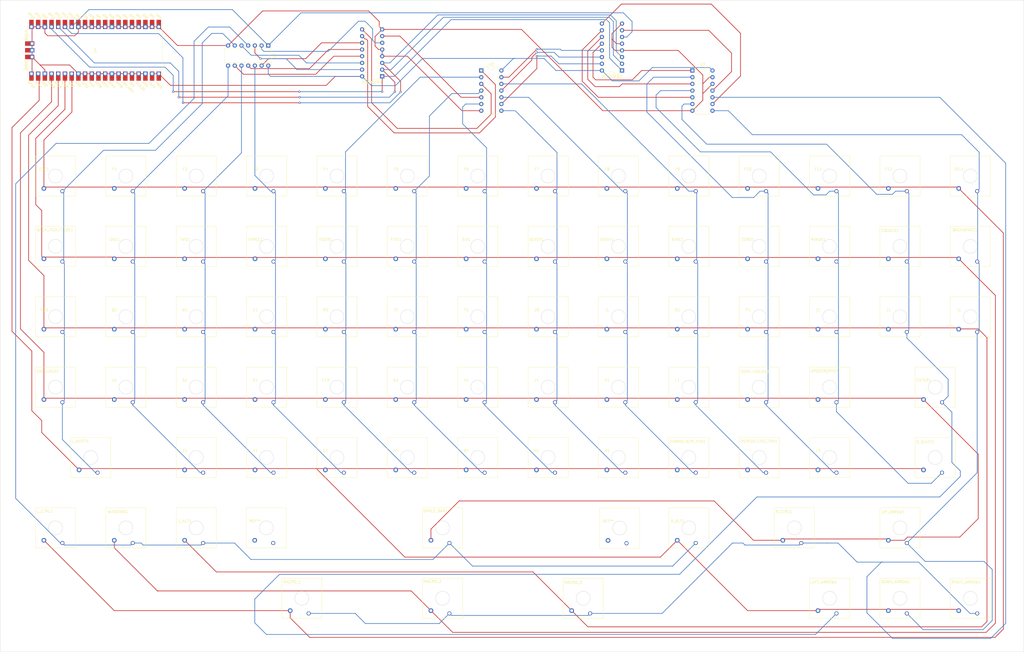
<source format=kicad_pcb>
(kicad_pcb (version 20211014) (generator pcbnew)
  (layers (0 "F.Cu" signal) (31 "B.Cu" signal) (34 "B.Paste" user) (35 "F.Paste" user) (36 "B.SilkS" user "B.Silkscreen") (37 "F.SilkS" user "F.Silkscreen") (38 "B.Mask" user) (39 "F.Mask" user) (44 "Edge.Cuts" user))
  (net 0 "")
  (net 1 "/R4")
  (net 2 "Net-(/1-Pad2)")
  (net 3 "/R3")
  (net 4 "Net-(A1-Pad2)")
  (net 5 "Net-(APOSTROPHE1-Pad2)")
  (net 6 "Net-(B1-Pad2)")
  (net 7 "/R1")
  (net 8 "Net-(BACKSPACE1-Pad2)")
  (net 9 "Net-(BACK_TICK/TILDE1-Pad2)")
  (net 10 "Net-(C1-Pad2)")
  (net 11 "Net-(COMMA/GREATER_THAN1-Pad2)")
  (net 12 "/A0")
  (net 13 "/A1")
  (net 14 "/A2")
  (net 15 "GND")
  (net 16 "Net-(DECODER1-Pad6)")
  (net 17 "Net-(DECODER1-Pad7)")
  (net 18 "Net-(DECODER1-Pad9)")
  (net 19 "Net-(DECODER1-Pad10)")
  (net 20 "Net-(DECODER1-Pad11)")
  (net 21 "Net-(DECODER1-Pad12)")
  (net 22 "Net-(DECODER1-Pad13)")
  (net 23 "Net-(DECODER1-Pad14)")
  (net 24 "Net-(DECODER1-Pad15)")
  (net 25 "+5V")
  (net 26 "/A3")
  (net 27 "Net-(DECODER2-Pad7)")
  (net 28 "Net-(DECODER2-Pad9)")
  (net 29 "Net-(DECODER2-Pad10)")
  (net 30 "Net-(DECODER2-Pad11)")
  (net 31 "Net-(DECODER2-Pad12)")
  (net 32 "Net-(DECODER2-Pad13)")
  (net 33 "Net-(DECODER2-Pad14)")
  (net 34 "Net-(DECODER2-Pad15)")
  (net 35 "/R0")
  (net 36 "/R2")
  (net 37 "Net-(ENTER1-Pad2)")
  (net 38 "Net-(F2-Pad2)")
  (net 39 "Net-(F13-Pad2)")
  (net 40 "Net-(F6-Pad2)")
  (net 41 "Net-(F7-Pad2)")
  (net 42 "Net-(F9-Pad2)")
  (net 43 "Net-(L_ALT1-Pad2)")
  (net 44 "Net-(MACRO_1-Pad2)")
  (footprint "gateron_slim:gateron_slim" (layer "F.Cu") (at 266.789997 134.68)
    (fp_text reference "SEVEN1")
    (fp_text value "SW_DIP_x01")
    (fp_circle (center 0 0) (end 2.65 0) (layer "Edge.Cuts") (width 0.12) (fill none))
  )
  (footprint "gateron_slim:gateron_slim" (layer "F.Cu") (at 186.779997 134.68)
    (fp_text reference "FOUR1")
    (fp_text value "SW_DIP_x01")
    (fp_circle (center 0 0) (end 2.65 0) (layer "Edge.Cuts") (width 0.12) (fill none))
  )
  (footprint "gateron_slim:gateron_slim" (layer "F.Cu") (at 320.129997 108.01)
    (fp_text reference "F9")
    (fp_text value "SW_DIP_x01")
    (fp_circle (center 0 0) (end 2.65 0) (layer "Edge.Cuts") (width 0.12) (fill none))
  )
  (footprint "gateron_slim:gateron_slim" (layer "F.Cu") (at 80.099997 241.36)
    (fp_text reference "L_CTRL1")
    (fp_text value "SW_DIP_x01")
    (fp_circle (center 0 0) (end 2.65 0) (layer "Edge.Cuts") (width 0.12) (fill none))
  )
  (footprint "gateron_slim:gateron_slim" (layer "F.Cu") (at 346.799997 188.02)
    (fp_text reference "SEMI-COLON1")
    (fp_text value "SW_DIP_x01")
    (fp_circle (center 0 0) (end 2.65 0) (layer "Edge.Cuts") (width 0.12) (fill none))
  )
  (footprint "gateron_slim:gateron_slim" (layer "F.Cu") (at 413.474997 214.69)
    (fp_text reference "R_SHIFT1")
    (fp_text value "SW_DIP_x01")
    (fp_circle (center 0 0) (end 2.65 0) (layer "Edge.Cuts") (width 0.12) (fill none))
  )
  (footprint "gateron_slim:gateron_slim" (layer "F.Cu") (at 133.439997 108.01)
    (fp_text reference "F2")
    (fp_text value "SW_DIP_x01")
    (fp_circle (center 0 0) (end 2.65 0) (layer "Edge.Cuts") (width 0.12) (fill none))
  )
  (footprint "gateron_slim:gateron_slim" (layer "F.Cu") (at 400.139997 108.01)
    (fp_text reference "F12")
    (fp_text value "SW_DIP_x01")
    (fp_circle (center 0 0) (end 2.65 0) (layer "Edge.Cuts") (width 0.12) (fill none))
  )
  (footprint "gateron_slim:gateron_slim" (layer "F.Cu") (at 320.129997 214.69)
    (fp_text reference "COMMA/GTR_THN1")
    (fp_text value "SW_DIP_x01")
    (fp_circle (center 0 0) (end 2.65 0) (layer "Edge.Cuts") (width 0.12) (fill none))
  )
  (footprint "gateron_slim:gateron_slim" (layer "F.Cu") (at 240.119997 134.68)
    (fp_text reference "SIX1")
    (fp_text value "SW_DIP_x01")
    (fp_circle (center 0 0) (end 2.65 0) (layer "Edge.Cuts") (width 0.12) (fill none))
  )
  (footprint "gateron_slim:gateron_slim" (layer "F.Cu") (at 320.129997 161.35)
    (fp_text reference "O1")
    (fp_text value "SW_DIP_x01")
    (fp_circle (center 0 0) (end 2.65 0) (layer "Edge.Cuts") (width 0.12) (fill none))
  )
  (footprint "gateron_slim:gateron_slim" (layer "F.Cu") (at 133.439997 134.68)
    (fp_text reference "TWO1")
    (fp_text value "SW_DIP_x01")
    (fp_circle (center 0 0) (end 2.65 0) (layer "Edge.Cuts") (width 0.12) (fill none))
  )
  (footprint "gateron_slim:gateron_slim" (layer "F.Cu") (at 320.129997 188.02)
    (fp_text reference "L1")
    (fp_text value "SW_DIP_x01")
    (fp_circle (center 0 0) (end 2.65 0) (layer "Edge.Cuts") (width 0.12) (fill none))
  )
  (footprint "gateron_slim:gateron_slim" (layer "F.Cu") (at 106.769997 241.36)
    (fp_text reference "WINDOWS1")
    (fp_text value "SW_DIP_x01")
    (fp_circle (center 0 0) (end 2.65 0) (layer "Edge.Cuts") (width 0.12) (fill none))
  )
  (footprint "gateron_slim:gateron_slim" (layer "F.Cu") (at 106.769997 108.01)
    (fp_text reference "F1")
    (fp_text value "SW_DIP_x01")
    (fp_circle (center 0 0) (end 2.65 0) (layer "Edge.Cuts") (width 0.12) (fill none))
  )
  (footprint "gateron_slim:gateron_slim" (layer "F.Cu") (at 240.119997 108.01)
    (fp_text reference "F6")
    (fp_text value "SW_DIP_x01")
    (fp_circle (center 0 0) (end 2.65 0) (layer "Edge.Cuts") (width 0.12) (fill none))
  )
  (footprint "gateron_slim:gateron_slim" (layer "F.Cu") (at 80.099997 188.02)
    (fp_text reference "CAPSLOCK1")
    (fp_text value "SW_DIP_x01")
    (fp_circle (center 0 0) (end 2.65 0) (layer "Edge.Cuts") (width 0.12) (fill none))
  )
  (footprint "gateron_slim:gateron_slim" (layer "F.Cu") (at 133.439997 188.02)
    (fp_text reference "S1")
    (fp_text value "SW_DIP_x01")
    (fp_circle (center 0 0) (end 2.65 0) (layer "Edge.Cuts") (width 0.12) (fill none))
  )
  (footprint "gateron_slim:gateron_slim" (layer "F.Cu") (at 373.469997 108.01)
    (fp_text reference "F11")
    (fp_text value "SW_DIP_x01")
    (fp_circle (center 0 0) (end 2.65 0) (layer "Edge.Cuts") (width 0.12) (fill none))
  )
  (footprint "Package_DIP:DIP-14_W7.62mm" (layer "F.Cu") (at 321.469997 68.02)
    (fp_text reference "U3")
    (fp_text value "74LS04")
  )
  (footprint "gateron_slim:gateron_slim" (layer "F.Cu") (at 400.139997 161.35)
    (fp_text reference "]1")
    (fp_text value "SW_DIP_x01")
    (fp_circle (center 0 0) (end 2.65 0) (layer "Edge.Cuts") (width 0.12) (fill none))
  )
  (footprint "gateron_slim:gateron_slim" (layer "F.Cu") (at 426.809997 268.03)
    (fp_text reference "RIGHT_ARROW1")
    (fp_text value "SW_DIP_x01")
    (fp_circle (center 0 0) (end 2.65 0) (layer "Edge.Cuts") (width 0.12) (fill none))
  )
  (footprint "MCU_RaspberryPi_and_Boards:RPi_Pico_SMD_TH" (layer "F.Cu") (at 95.109997 60.35 -90)
    (fp_text reference "U4")
    (fp_text value "Pico")
  )
  (footprint "gateron_slim:gateron_slim" (layer "F.Cu") (at 293.459997 188.02)
    (fp_text reference "K1")
    (fp_text value "SW_DIP_x01")
    (fp_circle (center 0 0) (end 2.65 0) (layer "Edge.Cuts") (width 0.12) (fill none))
  )
  (footprint "gateron_slim:gateron_slim" (layer "F.Cu") (at 400.139997 268.03)
    (fp_text reference "DOWN_ARROW1")
    (fp_text value "SW_DIP_x01")
    (fp_circle (center 0 0) (end 2.65 0) (layer "Edge.Cuts") (width 0.12) (fill none))
  )
  (footprint "gateron_slim:gateron_slim" (layer "F.Cu") (at 266.789997 188.02)
    (fp_text reference "J1")
    (fp_text value "SW_DIP_x01")
    (fp_circle (center 0 0) (end 2.65 0) (layer "Edge.Cuts") (width 0.12) (fill none))
  )
  (footprint "gateron_slim:gateron_slim" (layer "F.Cu") (at 213.449997 188.02)
    (fp_text reference "G1")
    (fp_text value "SW_DIP_x01")
    (fp_circle (center 0 0) (end 2.65 0) (layer "Edge.Cuts") (width 0.12) (fill none))
  )
  (footprint "gateron_slim:gateron_slim" (layer "F.Cu") (at 240.119997 188.02)
    (fp_text reference "H1")
    (fp_text value "SW_DIP_x01")
    (fp_circle (center 0 0) (end 2.65 0) (layer "Edge.Cuts") (width 0.12) (fill none))
  )
  (footprint "gateron_slim:gateron_slim" (layer "F.Cu") (at 226.784997 241.36)
    (fp_text reference "SPACE_BAR1")
    (fp_text value "SW_DIP_x01")
    (fp_circle (center 0 0) (end 2.65 0) (layer "Edge.Cuts") (width 0.12) (fill none))
  )
  (footprint "gateron_slim:gateron_slim" (layer "F.Cu") (at 266.789997 161.35)
    (fp_text reference "U5")
    (fp_text value "SW_DIP_x01")
    (fp_circle (center 0 0) (end 2.65 0) (layer "Edge.Cuts") (width 0.12) (fill none))
  )
  (footprint "gateron_slim:gateron_slim" (layer "F.Cu") (at 93.434997 214.69)
    (fp_text reference "L_SHIFT1")
    (fp_text value "SW_DIP_x01")
    (fp_circle (center 0 0) (end 2.65 0) (layer "Edge.Cuts") (width 0.12) (fill none))
  )
  (footprint "gateron_slim:gateron_slim" (layer "F.Cu") (at 373.469997 188.02)
    (fp_text reference "APOSTROPHE1")
    (fp_text value "SW_DIP_x01")
    (fp_circle (center 0 0) (end 2.65 0) (layer "Edge.Cuts") (width 0.12) (fill none))
  )
  (footprint "gateron_slim:gateron_slim" (layer "F.Cu") (at 293.459997 161.35)
    (fp_text reference "I1")
    (fp_text value "SW_DIP_x01")
    (fp_circle (center 0 0) (end 2.65 0) (layer "Edge.Cuts") (width 0.12) (fill none))
  )
  (footprint "gateron_slim:gateron_slim" (layer "F.Cu") (at 159.999997 241.36)
    (fp_text reference "REF**")
    (fp_text value "gateron_slim")
    (fp_circle (center 0 0) (end 2.65 0) (layer "Edge.Cuts") (width 0.12) (fill none))
  )
  (footprint "gateron_slim:gateron_slim" (layer "F.Cu") (at 133.439997 161.35)
    (fp_text reference "W1")
    (fp_text value "SW_DIP_x01")
    (fp_circle (center 0 0) (end 2.65 0) (layer "Edge.Cuts") (width 0.12) (fill none))
  )
  (footprint "Package_DIP:DIP-16_W7.62mm" (layer "F.Cu") (at 203.909997 70.225 180)
    (fp_text reference "DECODER1")
    (fp_text value "74HC238")
  )
  (footprint "gateron_slim:gateron_slim" (layer "F.Cu") (at 240.119997 214.69)
    (fp_text reference "B1")
    (fp_text value "SW_DIP_x01")
    (fp_circle (center 0 0) (end 2.65 0) (layer "Edge.Cuts") (width 0.12) (fill none))
  )
  (footprint "gateron_slim:gateron_slim" (layer "F.Cu") (at 400.139997 134.68)
    (fp_text reference "EQUALS1")
    (fp_text value "SW_DIP_x01")
    (fp_circle (center 0 0) (end 2.65 0) (layer "Edge.Cuts") (width 0.12) (fill none))
  )
  (footprint "gateron_slim:gateron_slim" (layer "F.Cu") (at 106.769997 188.02)
    (fp_text reference "A1")
    (fp_text value "SW_DIP_x01")
    (fp_circle (center 0 0) (end 2.65 0) (layer "Edge.Cuts") (width 0.12) (fill none))
  )
  (footprint "gateron_slim:gateron_slim" (layer "F.Cu") (at 346.799997 134.68)
    (fp_text reference "ZERO1")
    (fp_text value "SW_DIP_x01")
    (fp_circle (center 0 0) (end 2.65 0) (layer "Edge.Cuts") (width 0.12) (fill none))
  )
  (footprint "gateron_slim:gateron_slim" (layer "F.Cu") (at 293.459997 134.68)
    (fp_text reference "EIGHT1")
    (fp_text value "SW_DIP_x01")
    (fp_circle (center 0 0) (end 2.65 0) (layer "Edge.Cuts") (width 0.12) (fill none))
  )
  (footprint "gateron_slim:gateron_slim" (layer "F.Cu") (at 186.779997 188.02)
    (fp_text reference "F13")
    (fp_text value "SW_DIP_x01")
    (fp_circle (center 0 0) (end 2.65 0) (layer "Edge.Cuts") (width 0.12) (fill none))
  )
  (footprint "gateron_slim:gateron_slim" (layer "F.Cu") (at 80.099997 161.35)
    (fp_text reference "TAB1")
    (fp_text value "SW_DIP_x01")
    (fp_circle (center 0 0) (end 2.65 0) (layer "Edge.Cuts") (width 0.12) (fill none))
  )
  (footprint "gateron_slim:gateron_slim" (layer "F.Cu") (at 173.444997 268.03)
    (fp_text reference "MACRO_1")
    (fp_text value "SW_DIP_x01")
    (fp_circle (center 0 0) (end 2.65 0) (layer "Edge.Cuts") (width 0.12) (fill none))
  )
  (footprint "gateron_slim:gateron_slim" (layer "F.Cu") (at 346.799997 214.69)
    (fp_text reference "PERIOD/LSS_THN1")
    (fp_text value "SW_DIP_x01")
    (fp_circle (center 0 0) (end 2.65 0) (layer "Edge.Cuts") (width 0.12) (fill none))
  )
  (footprint "gateron_slim:gateron_slim" (layer "F.Cu") (at 160.109997 214.69)
    (fp_text reference "X1")
    (fp_text value "SW_DIP_x01")
    (fp_circle (center 0 0) (end 2.65 0) (layer "Edge.Cuts") (width 0.12) (fill none))
  )
  (footprint "gateron_slim:gateron_slim" (layer "F.Cu") (at 186.779997 214.69)
    (fp_text reference "C1")
    (fp_text value "SW_DIP_x01")
    (fp_circle (center 0 0) (end 2.65 0) (layer "Edge.Cuts") (width 0.12) (fill none))
  )
  (footprint "gateron_slim:gateron_slim" (layer "F.Cu") (at 240.119997 161.35)
    (fp_text reference "Y1")
    (fp_text value "SW_DIP_x01")
    (fp_circle (center 0 0) (end 2.65 0) (layer "Edge.Cuts") (width 0.12) (fill none))
  )
  (footprint "gateron_slim:gateron_slim" (layer "F.Cu") (at 293.459997 108.01)
    (fp_text reference "F8")
    (fp_text value "SW_DIP_x01")
    (fp_circle (center 0 0) (end 2.65 0) (layer "Edge.Cuts") (width 0.12) (fill none))
  )
  (footprint "gateron_slim:gateron_slim" (layer "F.Cu") (at 160.109997 188.02)
    (fp_text reference "D1")
    (fp_text value "SW_DIP_x01")
    (fp_circle (center 0 0) (end 2.65 0) (layer "Edge.Cuts") (width 0.12) (fill none))
  )
  (footprint "gateron_slim:gateron_slim" (layer "F.Cu") (at 280.124997 268.03)
    (fp_text reference "MACRO_3")
    (fp_text value "SW_DIP_x01")
    (fp_circle (center 0 0) (end 2.65 0) (layer "Edge.Cuts") (width 0.12) (fill none))
  )
  (footprint "gateron_slim:gateron_slim" (layer "F.Cu") (at 426.809997 134.68)
    (fp_text reference "BACKSPACE1")
    (fp_text value "SW_DIP_x01")
    (fp_circle (center 0 0) (end 2.65 0) (layer "Edge.Cuts") (width 0.12) (fill none))
  )
  (footprint "gateron_slim:gateron_slim" (layer "F.Cu") (at 213.449997 161.35)
    (fp_text reference "T1")
    (fp_text value "SW_DIP_x01")
    (fp_circle (center 0 0) (end 2.65 0) (layer "Edge.Cuts") (width 0.12) (fill none))
  )
  (footprint "gateron_slim:gateron_slim" (layer "F.Cu") (at 373.469997 134.68)
    (fp_text reference "MINUS1")
    (fp_text value "SW_DIP_x01")
    (fp_circle (center 0 0) (end 2.65 0) (layer "Edge.Cuts") (width 0.12) (fill none))
  )
  (footprint "gateron_slim:gateron_slim" (layer "F.Cu") (at 373.469997 214.69)
    (fp_text reference "/1")
    (fp_text value "SW_DIP_x01")
    (fp_circle (center 0 0) (end 2.65 0) (layer "Edge.Cuts") (width 0.12) (fill none))
  )
  (footprint "gateron_slim:gateron_slim" (layer "F.Cu") (at 293.459997 214.69)
    (fp_text reference "M1")
    (fp_text value "SW_DIP_x01")
    (fp_circle (center 0 0) (end 2.65 0) (layer "Edge.Cuts") (width 0.12) (fill none))
  )
  (footprint "gateron_slim:gateron_slim" (layer "F.Cu") (at 400.139997 241.36)
    (fp_text reference "UP_ARROW1")
    (fp_text value "SW_DIP_x01")
    (fp_circle (center 0 0) (end 2.65 0) (layer "Edge.Cuts") (width 0.12) (fill none))
  )
  (footprint "gateron_slim:gateron_slim" (layer "F.Cu") (at 266.789997 108.01)
    (fp_text reference "F7")
    (fp_text value "SW_DIP_x01")
    (fp_circle (center 0 0) (end 2.65 0) (layer "Edge.Cuts") (width 0.12) (fill none))
  )
  (footprint "gateron_slim:gateron_slim" (layer "F.Cu") (at 133.439997 214.69)
    (fp_text reference "Z1")
    (fp_text value "SW_DIP_x01")
    (fp_circle (center 0 0) (end 2.65 0) (layer "Edge.Cuts") (width 0.12) (fill none))
  )
  (footprint "Package_DIP:DIP-14_W7.62mm" (layer "F.Cu") (at 160.734997 58.55 -90)
    (fp_text reference "U1")
    (fp_text value "74LS04")
  )
  (footprint "gateron_slim:gateron_slim" (layer "F.Cu") (at 226.784997 268.03)
    (fp_text reference "MACRO_2")
    (fp_text value "SW_DIP_x01")
    (fp_circle (center 0 0) (end 2.65 0) (layer "Edge.Cuts") (width 0.12) (fill none))
  )
  (footprint "gateron_slim:gateron_slim" (layer "F.Cu") (at 186.779997 108.01)
    (fp_text reference "F4")
    (fp_text value "SW_DIP_x01")
    (fp_circle (center 0 0) (end 2.65 0) (layer "Edge.Cuts") (width 0.12) (fill none))
  )
  (footprint "Package_DIP:DIP-14_W7.62mm" (layer "F.Cu") (at 241.459997 68.02)
    (fp_text reference "U2")
    (fp_text value "74LS04")
  )
  (footprint "gateron_slim:gateron_slim" (layer "F.Cu") (at 106.769997 161.35)
    (fp_text reference "Q1")
    (fp_text value "SW_DIP_x01")
    (fp_circle (center 0 0) (end 2.65 0) (layer "Edge.Cuts") (width 0.12) (fill none))
  )
  (footprint "gateron_slim:gateron_slim" (layer "F.Cu") (at 80.099997 134.68)
    (fp_text reference "BACK_TICK/TILDE1")
    (fp_text value "SW_DIP_x01")
    (fp_circle (center 0 0) (end 2.65 0) (layer "Edge.Cuts") (width 0.12) (fill none))
  )
  (footprint "gateron_slim:gateron_slim" (layer "F.Cu") (at 320.129997 134.68)
    (fp_text reference "NINE1")
    (fp_text value "SW_DIP_x01")
    (fp_circle (center 0 0) (end 2.65 0) (layer "Edge.Cuts") (width 0.12) (fill none))
  )
  (footprint "gateron_slim:gateron_slim" (layer "F.Cu") (at 266.789997 214.69)
    (fp_text reference "N1")
    (fp_text value "SW_DIP_x01")
    (fp_circle (center 0 0) (end 2.65 0) (layer "Edge.Cuts") (width 0.12) (fill none))
  )
  (footprint "gateron_slim:gateron_slim" (layer "F.Cu") (at 160.109997 134.68)
    (fp_text reference "THREE1")
    (fp_text value "SW_DIP_x01")
    (fp_circle (center 0 0) (end 2.65 0) (layer "Edge.Cuts") (width 0.12) (fill none))
  )
  (footprint "gateron_slim:gateron_slim" (layer "F.Cu") (at 413.474997 188.02)
    (fp_text reference "ENTER1")
    (fp_text value "SW_DIP_x01")
    (fp_circle (center 0 0) (end 2.65 0) (layer "Edge.Cuts") (width 0.12) (fill none))
  )
  (footprint "gateron_slim:gateron_slim" (layer "F.Cu") (at 186.779997 161.35)
    (fp_text reference "R2")
    (fp_text value "SW_DIP_x01")
    (fp_circle (center 0 0) (end 2.65 0) (layer "Edge.Cuts") (width 0.12) (fill none))
  )
  (footprint "gateron_slim:gateron_slim" (layer "F.Cu") (at 106.769997 134.68)
    (fp_text reference "ONE1")
    (fp_text value "SW_DIP_x01")
    (fp_circle (center 0 0) (end 2.65 0) (layer "Edge.Cuts") (width 0.12) (fill none))
  )
  (footprint "gateron_slim:gateron_slim" (layer "F.Cu") (at 320.129997 241.36)
    (fp_text reference "R_ALT1")
    (fp_text value "SW_DIP_x01")
    (fp_circle (center 0 0) (end 2.65 0) (layer "Edge.Cuts") (width 0.12) (fill none))
  )
  (footprint "gateron_slim:gateron_slim" (layer "F.Cu") (at 213.449997 214.69)
    (fp_text reference "V1")
    (fp_text value "SW_DIP_x01")
    (fp_circle (center 0 0) (end 2.65 0) (layer "Edge.Cuts") (width 0.12) (fill none))
  )
  (footprint "gateron_slim:gateron_slim" (layer "F.Cu") (at 160.109997 161.35)
    (fp_text reference "E1")
    (fp_text value "SW_DIP_x01")
    (fp_circle (center 0 0) (end 2.65 0) (layer "Edge.Cuts") (width 0.12) (fill none))
  )
  (footprint "gateron_slim:gateron_slim" (layer "F.Cu") (at 360.134997 241.36)
    (fp_text reference "R_CTRL1")
    (fp_text value "SW_DIP_x01")
    (fp_circle (center 0 0) (end 2.65 0) (layer "Edge.Cuts") (width 0.12) (fill none))
  )
  (footprint "gateron_slim:gateron_slim" (layer "F.Cu") (at 160.109997 108.01)
    (fp_text reference "F3")
    (fp_text value "SW_DIP_x01")
    (fp_circle (center 0 0) (end 2.65 0) (layer "Edge.Cuts") (width 0.12) (fill none))
  )
  (footprint "gateron_slim:gateron_slim" (layer "F.Cu") (at 373.469997 161.35)
    (fp_text reference "[1")
    (fp_text value "SW_DIP_x01")
    (fp_circle (center 0 0) (end 2.65 0) (layer "Edge.Cuts") (width 0.12) (fill none))
  )
  (footprint "gateron_slim:gateron_slim" (layer "F.Cu") (at 426.809997 108.01)
    (fp_text reference "DEL1")
    (fp_text value "SW_DIP_x01")
    (fp_circle (center 0 0) (end 2.65 0) (layer "Edge.Cuts") (width 0.12) (fill none))
  )
  (footprint "gateron_slim:gateron_slim" (layer "F.Cu") (at 426.809997 161.35)
    (fp_text reference "\\1")
    (fp_text value "SW_DIP_x01")
    (fp_circle (center 0 0) (end 2.65 0) (layer "Edge.Cuts") (width 0.12) (fill none))
  )
  (footprint "gateron_slim:gateron_slim" (layer "F.Cu") (at 133.439997 241.36)
    (fp_text reference "L_ALT1")
    (fp_text value "SW_DIP_x01")
    (fp_circle (center 0 0) (end 2.65 0) (layer "Edge.Cuts") (width 0.12) (fill none))
  )
  (footprint "gateron_slim:gateron_slim" (layer "F.Cu") (at 346.799997 161.35)
    (fp_text reference "P1")
    (fp_text value "SW_DIP_x01")
    (fp_circle (center 0 0) (end 2.65 0) (layer "Edge.Cuts") (width 0.12) (fill none))
  )
  (footprint "Package_DIP:DIP-16_W7.62mm" (layer "F.Cu") (at 294.799997 68.02 180)
    (fp_text reference "DECODER2")
    (fp_text value "74HC238")
  )
  (footprint "gateron_slim:gateron_slim" (layer "F.Cu") (at 346.799997 108.01)
    (fp_text reference "F10")
    (fp_text value "SW_DIP_x01")
    (fp_circle (center 0 0) (end 2.65 0) (layer "Edge.Cuts") (width 0.12) (fill none))
  )
  (footprint "gateron_slim:gateron_slim" (layer "F.Cu") (at 80.099997 108.01)
    (fp_text reference "ESC1")
    (fp_text value "SW_DIP_x01")
    (fp_circle (center 0 0) (end 2.65 0) (layer "Edge.Cuts") (width 0.12) (fill none))
  )
  (footprint "gateron_slim:gateron_slim" (layer "F.Cu") (at 213.449997 108.01)
    (fp_text reference "F5")
    (fp_text value "SW_DIP_x01")
    (fp_circle (center 0 0) (end 2.65 0) (layer "Edge.Cuts") (width 0.12) (fill none))
  )
  (footprint "gateron_slim:gateron_slim" (layer "F.Cu") (at 293.899997 241.43)
    (fp_text reference "REF**")
    (fp_text value "gateron_slim")
    (fp_circle (center 0 0) (end 2.65 0) (layer "Edge.Cuts") (width 0.12) (fill none))
  )
  (footprint "gateron_slim:gateron_slim" (layer "F.Cu") (at 373.469997 268.03)
    (fp_text reference "LEFT_ARROW1")
    (fp_text value "SW_DIP_x01")
    (fp_circle (center 0 0) (end 2.65 0) (layer "Edge.Cuts") (width 0.12) (fill none))
  )
  (footprint "gateron_slim:gateron_slim" (layer "F.Cu") (at 213.449997 134.68)
    (fp_text reference "FIVE1")
    (fp_text value "SW_DIP_x01")
    (fp_circle (center 0 0) (end 2.65 0) (layer "Edge.Cuts") (width 0.12) (fill none))
  )
  (gr_rect (start 447.109997 41.35) (end 59.109997 288.35) (layer "Edge.Cuts") (width 0.1) (fill none))
  (segment (start 262.889996 218.890001) (end 288.559998 218.890001) (width 0.25) (layer "F.Cu") (net 1))
  (segment (start 63.609997 166.85) (end 63.609997 89.65) (width 0.25) (layer "F.Cu") (net 1))
  (segment (start 208.549998 218.890001) (end 209.049997 219.39) (width 0.25) (layer "F.Cu") (net 1))
  (segment (start 235.719997 219.39) (end 236.219996 218.890001) (width 0.25) (layer "F.Cu") (net 1))
  (segment (start 73.909997 69.63) (end 73.519997 69.24) (width 0.25) (layer "F.Cu") (net 1))
  (segment (start 262.389997 219.39) (end 262.889996 218.890001) (width 0.25) (layer "F.Cu") (net 1))
  (segment (start 342.899996 218.890001) (end 368.569998 218.890001) (width 0.25) (layer "F.Cu") (net 1))
  (segment (start 236.219996 218.890001) (end 261.889998 218.890001) (width 0.25) (layer "F.Cu") (net 1))
  (segment (start 261.889998 218.890001) (end 262.389997 219.39) (width 0.25) (layer "F.Cu") (net 1))
  (segment (start 155.709997 219.39) (end 156.209996 218.890001) (width 0.25) (layer "F.Cu") (net 1))
  (segment (start 209.049997 219.39) (end 209.549996 218.890001) (width 0.25) (layer "F.Cu") (net 1))
  (segment (start 89.534996 218.890001) (end 128.539998 218.890001) (width 0.25) (layer "F.Cu") (net 1))
  (segment (start 63.609997 89.65) (end 73.909997 79.35) (width 0.25) (layer "F.Cu") (net 1))
  (segment (start 395.239998 272.230001) (end 369.569996 272.230001) (width 0.25) (layer "F.Cu") (net 1))
  (segment (start 315.229998 218.890001) (end 315.729997 219.39) (width 0.25) (layer "F.Cu") (net 1))
  (segment (start 408.574998 218.890001) (end 409.074997 219.39) (width 0.25) (layer "F.Cu") (net 1))
  (segment (start 369.569996 272.230001) (end 369.069997 272.73) (width 0.25) (layer "F.Cu") (net 1))
  (segment (start 71.109997 196.95) (end 71.109997 174.35) (width 0.25) (layer "F.Cu") (net 1))
  (segment (start 235.219998 218.890001) (end 235.719997 219.39) (width 0.25) (layer "F.Cu") (net 1))
  (segment (start 341.899998 218.890001) (end 342.399997 219.39) (width 0.25) (layer "F.Cu") (net 1))
  (segment (start 396.239996 272.230001) (end 421.909998 272.230001) (width 0.25) (layer "F.Cu") (net 1))
  (segment (start 315.729997 219.39) (end 316.229996 218.890001) (width 0.25) (layer "F.Cu") (net 1))
  (segment (start 209.549996 218.890001) (end 235.219998 218.890001) (width 0.25) (layer "F.Cu") (net 1))
  (segment (start 369.569996 218.890001) (end 408.574998 218.890001) (width 0.25) (layer "F.Cu") (net 1))
  (segment (start 309.339997 252.45) (end 212.509997 252.45) (width 0.25) (layer "F.Cu") (net 1))
  (segment (start 369.069997 219.39) (end 369.569996 218.890001) (width 0.25) (layer "F.Cu") (net 1))
  (segment (start 369.069997 272.73) (end 342.399997 272.73) (width 0.25) (layer "F.Cu") (net 1))
  (segment (start 89.034997 219.39) (end 89.534996 218.890001) (width 0.25) (layer "F.Cu") (net 1))
  (segment (start 129.539996 218.890001) (end 155.209998 218.890001) (width 0.25) (layer "F.Cu") (net 1))
  (segment (start 71.109997 174.35) (end 63.609997 166.85) (width 0.25) (layer "F.Cu") (net 1))
  (segment (start 182.379997 219.39) (end 182.879996 218.890001) (width 0.25) (layer "F.Cu") (net 1))
  (segment (start 342.399997 272.73) (end 315.729997 246.06) (width 0.25) (layer "F.Cu") (net 1))
  (segment (start 395.739997 272.73) (end 395.239998 272.230001) (width 0.25) (layer "F.Cu") (net 1))
  (segment (start 89.034997 219.39) (end 74.874997 205.23) (width 0.25) (layer "F.Cu") (net 1))
  (segment (start 289.559996 218.890001) (end 315.229998 218.890001) (width 0.25) (layer "F.Cu") (net 1))
  (segment (start 74.874997 205.23) (end 74.874997 200.715) (width 0.25) (layer "F.Cu") (net 1))
  (segment (start 342.399997 219.39) (end 342.899996 218.890001) (width 0.25) (layer "F.Cu") (net 1))
  (segment (start 368.569998 218.890001) (end 369.069997 219.39) (width 0.25) (layer "F.Cu") (net 1))
  (segment (start 421.909998 272.230001) (end 422.409997 272.73) (width 0.25) (layer "F.Cu") (net 1))
  (segment (start 73.909997 79.35) (end 73.909997 69.63) (width 0.25) (layer "F.Cu") (net 1))
  (segment (start 181.879998 218.890001) (end 182.379997 219.39) (width 0.25) (layer "F.Cu") (net 1))
  (segment (start 129.039997 219.39) (end 129.539996 218.890001) (width 0.25) (layer "F.Cu") (net 1))
  (segment (start 316.229996 218.890001) (end 341.899998 218.890001) (width 0.25) (layer "F.Cu") (net 1))
  (segment (start 128.539998 218.890001) (end 129.039997 219.39) (width 0.25) (layer "F.Cu") (net 1))
  (segment (start 212.509997 252.45) (end 178.949998 218.890001) (width 0.25) (layer "F.Cu") (net 1))
  (segment (start 155.209998 218.890001) (end 155.709997 219.39) (width 0.25) (layer "F.Cu") (net 1))
  (segment (start 182.879996 218.890001) (end 208.549998 218.890001) (width 0.25) (layer "F.Cu") (net 1))
  (segment (start 178.949998 218.890001) (end 179.449998 218.890001) (width 0.25) (layer "F.Cu") (net 1))
  (segment (start 288.559998 218.890001) (end 289.059997 219.39) (width 0.25) (layer "F.Cu") (net 1))
  (segment (start 156.209996 218.890001) (end 178.949998 218.890001) (width 0.25) (layer "F.Cu") (net 1))
  (segment (start 289.059997 219.39) (end 289.559996 218.890001) (width 0.25) (layer "F.Cu") (net 1))
  (segment (start 74.874997 200.715) (end 71.109997 196.95) (width 0.25) (layer "F.Cu") (net 1))
  (segment (start 395.739997 272.73) (end 396.239996 272.230001) (width 0.25) (layer "F.Cu") (net 1))
  (segment (start 315.729997 246.06) (end 309.339997 252.45) (width 0.25) (layer "F.Cu") (net 1))
  (segment (start 179.449998 218.890001) (end 181.879998 218.890001) (width 0.25) (layer "F.Cu") (net 1))
  (segment (start 336.609997 116.15) (end 304.209997 83.75) (width 0.25) (layer "B.Cu") (net 2))
  (segment (start 350.161996 166.338001) (end 349.399997 167.1) (width 0.25) (layer "B.Cu") (net 2))
  (segment (start 374.992367 220.44) (end 376.069997 220.44) (width 0.25) (layer "B.Cu") (net 2))
  (segment (start 349.399997 194.84763) (end 374.992367 220.44) (width 0.25) (layer "B.Cu") (net 2))
  (segment (start 347.099997 113.76) (end 344.709997 116.15) (width 0.25) (layer "B.Cu") (net 2))
  (segment (start 350.161996 139.668001) (end 349.399997 140.43) (width 0.25) (layer "B.Cu") (net 2))
  (segment (start 304.209997 73.15) (end 306.799997 70.56) (width 0.25) (layer "B.Cu") (net 2))
  (segment (start 344.709997 116.15) (end 336.609997 116.15) (width 0.25) (layer "B.Cu") (net 2))
  (segment (start 304.209997 83.75) (end 304.209997 73.15) (width 0.25) (layer "B.Cu") (net 2))
  (segment (start 349.399997 113.76) (end 350.161996 114.521999) (width 0.25) (layer "B.Cu") (net 2))
  (segment (start 350.161996 167.861999) (end 350.161996 193.008001) (width 0.25) (layer "B.Cu") (net 2))
  (segment (start 349.399997 193.77) (end 349.399997 194.84763) (width 0.25) (layer "B.Cu") (net 2))
  (segment (start 306.799997 70.56) (end 321.469997 70.56) (width 0.25) (layer "B.Cu") (net 2))
  (segment (start 350.161996 114.521999) (end 350.161996 139.668001) (width 0.25) (layer "B.Cu") (net 2))
  (segment (start 349.399997 167.1) (end 350.161996 167.861999) (width 0.25) (layer "B.Cu") (net 2))
  (segment (start 350.161996 193.008001) (end 349.399997 193.77) (width 0.25) (layer "B.Cu") (net 2))
  (segment (start 350.161996 141.191999) (end 350.161996 166.338001) (width 0.25) (layer "B.Cu") (net 2))
  (segment (start 349.399997 140.43) (end 350.161996 141.191999) (width 0.25) (layer "B.Cu") (net 2))
  (segment (start 349.399997 113.76) (end 347.099997 113.76) (width 0.25) (layer "B.Cu") (net 2))
  (segment (start 208.549998 192.220001) (end 182.879996 192.220001) (width 0.25) (layer "F.Cu") (net 3))
  (segment (start 344.619997 246.06) (end 329.709997 231.15) (width 0.25) (layer "F.Cu") (net 3))
  (segment (start 236.219996 192.220001) (end 261.889998 192.220001) (width 0.25) (layer "F.Cu") (net 3))
  (segment (start 75.699997 192.72) (end 75.699997 174.84) (width 0.25) (layer "F.Cu") (net 3))
  (segment (start 369.069997 192.72) (end 369.569996 192.220001) (width 0.25) (layer "F.Cu") (net 3))
  (segment (start 289.559996 192.220001) (end 315.229998 192.220001) (width 0.25) (layer "F.Cu") (net 3))
  (segment (start 156.209996 192.220001) (end 181.879998 192.220001) (width 0.25) (layer "F.Cu") (net 3))
  (segment (start 75.699997 192.72) (end 76.199996 192.220001) (width 0.25) (layer "F.Cu") (net 3))
  (segment (start 329.709997 231.15) (end 233.06989 231.15) (width 0.25) (layer "F.Cu") (net 3))
  (segment (start 409.074997 192.72) (end 429.804997 213.45) (width 0.25) (layer "F.Cu") (net 3))
  (segment (start 233.06989 231.15) (end 222.384997 241.834893) (width 0.25) (layer "F.Cu") (net 3))
  (segment (start 222.384997 241.834893) (end 222.384997 246.06) (width 0.25) (layer "F.Cu") (net 3))
  (segment (start 155.709997 192.72) (end 156.209996 192.220001) (width 0.25) (layer "F.Cu") (net 3))
  (segment (start 235.219998 192.220001) (end 235.719997 192.72) (width 0.25) (layer "F.Cu") (net 3))
  (segment (start 262.889996 192.220001) (end 262.389997 192.72) (width 0.25) (layer "F.Cu") (net 3))
  (segment (start 403.009997 244.85) (end 401.799997 246.06) (width 0.25) (layer "F.Cu") (net 3))
  (segment (start 368.569998 192.220001) (end 369.069997 192.72) (width 0.25) (layer "F.Cu") (net 3))
  (segment (start 75.699997 174.84) (end 66.809997 165.95) (width 0.25) (layer "F.Cu") (net 3))
  (segment (start 342.399997 192.72) (end 342.899996 192.220001) (width 0.25) (layer "F.Cu") (net 3))
  (segment (start 422.809997 244.85) (end 403.009997 244.85) (width 0.25) (layer "F.Cu") (net 3))
  (segment (start 289.059997 192.72) (end 288.559998 192.220001) (width 0.25) (layer "F.Cu") (net 3))
  (segment (start 76.199996 192.220001) (end 101.869998 192.220001) (width 0.25) (layer "F.Cu") (net 3))
  (segment (start 209.549996 192.220001) (end 235.219998 192.220001) (width 0.25) (layer "F.Cu") (net 3))
  (segment (start 261.889998 192.220001) (end 262.389997 192.72) (width 0.25) (layer "F.Cu") (net 3))
  (segment (start 395.239998 245.560001) (end 356.234996 245.560001) (width 0.25) (layer "F.Cu") (net 3))
  (segment (start 181.879998 192.220001) (end 182.379997 192.72) (width 0.25) (layer "F.Cu") (net 3))
  (segment (start 129.539996 192.220001) (end 155.209998 192.220001) (width 0.25) (layer "F.Cu") (net 3))
  (segment (start 356.234996 245.560001) (end 355.734997 246.06) (width 0.25) (layer "F.Cu") (net 3))
  (segment (start 342.899996 192.220001) (end 368.569998 192.220001) (width 0.25) (layer "F.Cu") (net 3))
  (segment (start 315.229998 192.220001) (end 315.729997 192.72) (width 0.25) (layer "F.Cu") (net 3))
  (segment (start 78.599997 79.86) (end 78.599997 69.24) (width 0.25) (layer "F.Cu") (net 3))
  (segment (start 129.039997 192.72) (end 129.539996 192.220001) (width 0.25) (layer "F.Cu") (net 3))
  (segment (start 209.049997 192.72) (end 208.549998 192.220001) (width 0.25) (layer "F.Cu") (net 3))
  (segment (start 101.869998 192.220001) (end 102.369997 192.72) (width 0.25) (layer "F.Cu") (net 3))
  (segment (start 102.869996 192.220001) (end 128.539998 192.220001) (width 0.25) (layer "F.Cu") (net 3))
  (segment (start 408.574998 192.220001) (end 409.074997 192.72) (width 0.25) (layer "F.Cu") (net 3))
  (segment (start 235.719997 192.72) (end 236.219996 192.220001) (width 0.25) (layer "F.Cu") (net 3))
  (segment (start 429.809997 237.85) (end 422.809997 244.85) (width 0.25) (layer "F.Cu") (net 3))
  (segment (start 66.809997 165.95) (end 66.809997 91.65) (width 0.25) (layer "F.Cu") (net 3))
  (segment (start 395.739997 246.06) (end 395.239998 245.560001) (width 0.25) (layer "F.Cu") (net 3))
  (segment (start 155.209998 192.220001) (end 155.709997 192.72) (width 0.25) (layer "F.Cu") (net 3))
  (segment (start 316.229996 192.220001) (end 341.899998 192.220001) (width 0.25) (layer "F.Cu") (net 3))
  (segment (start 369.569996 192.220001) (end 408.574998 192.220001) (width 0.25) (layer "F.Cu") (net 3))
  (segment (start 209.049997 192.72) (end 209.549996 192.220001) (width 0.25) (layer "F.Cu") (net 3))
  (segment (start 182.879996 192.220001) (end 182.379997 192.72) (width 0.25) (layer "F.Cu") (net 3))
  (segment (start 288.559998 192.220001) (end 262.889996 192.220001) (width 0.25) (layer "F.Cu") (net 3))
  (segment (start 128.539998 192.220001) (end 129.039997 192.72) (width 0.25) (layer "F.Cu") (net 3))
  (segment (start 315.729997 192.72) (end 316.229996 192.220001) (width 0.25) (layer "F.Cu") (net 3))
  (segment (start 66.809997 91.65) (end 78.599997 79.86) (width 0.25) (layer "F.Cu") (net 3))
  (segment (start 102.369997 192.72) (end 102.869996 192.220001) (width 0.25) (layer "F.Cu") (net 3))
  (segment (start 429.809997 213.45) (end 429.809997 237.85) (width 0.25) (layer "F.Cu") (net 3))
  (segment (start 429.804997 213.45) (end 429.809997 213.45) (width 0.25) (layer "F.Cu") (net 3))
  (segment (start 401.799997 246.06) (end 395.739997 246.06) (width 0.25) (layer "F.Cu") (net 3))
  (segment (start 341.899998 192.220001) (end 342.399997 192.72) (width 0.25) (layer "F.Cu") (net 3))
  (segment (start 355.734997 246.06) (end 344.619997 246.06) (width 0.25) (layer "F.Cu") (net 3))
  (segment (start 289.059997 192.72) (end 289.559996 192.220001) (width 0.25) (layer "F.Cu") (net 3))
  (segment (start 110.131996 114.521999) (end 110.131996 139.668001) (width 0.25) (layer "B.Cu") (net 4))
  (segment (start 109.369997 167.1) (end 110.131996 167.861999) (width 0.25) (layer "B.Cu") (net 4))
  (segment (start 109.369997 113.76) (end 145.494997 77.635) (width 0.25) (layer "B.Cu") (net 4))
  (segment (start 134.962367 220.44) (end 136.039997 220.44) (width 0.25) (layer "B.Cu") (net 4))
  (segment (start 110.131996 193.008001) (end 109.369997 193.77) (width 0.25) (layer "B.Cu") (net 4))
  (segment (start 109.369997 140.43) (end 110.131996 141.191999) (width 0.25) (layer "B.Cu") (net 4))
  (segment (start 110.131996 166.338001) (end 109.369997 167.1) (width 0.25) (layer "B.Cu") (net 4))
  (segment (start 110.131996 167.861999) (end 110.131996 193.008001) (width 0.25) (layer "B.Cu") (net 4))
  (segment (start 110.131996 141.191999) (end 110.131996 166.338001) (width 0.25) (layer "B.Cu") (net 4))
  (segment (start 109.369997 113.76) (end 110.131996 114.521999) (width 0.25) (layer "B.Cu") (net 4))
  (segment (start 109.369997 193.77) (end 109.369997 194.84763) (width 0.25) (layer "B.Cu") (net 4))
  (segment (start 145.494997 77.635) (end 145.494997 66.17) (width 0.25) (layer "B.Cu") (net 4))
  (segment (start 109.369997 194.84763) (end 134.962367 220.44) (width 0.25) (layer "B.Cu") (net 4))
  (segment (start 110.131996 139.668001) (end 109.369997 140.43) (width 0.25) (layer "B.Cu") (net 4))
  (segment (start 412.14 224.47) (end 403.229996 224.47) (width 0.25) (layer "B.Cu") (net 5))
  (segment (start 376.831996 193.008001) (end 376.831996 167.861999) (width 0.25) (layer "B.Cu") (net 5))
  (segment (start 376.831996 166.338001) (end 376.069997 167.1) (width 0.25) (layer "B.Cu") (net 5))
  (segment (start 403.229996 224.47) (end 376.069997 197.31) (width 0.25) (layer "B.Cu") (net 5))
  (segment (start 351.109997 98.85) (end 324.509997 98.85) (width 0.25) (layer "B.Cu") (net 5))
  (segment (start 376.831996 141.191999) (end 376.831996 166.338001) (width 0.25) (layer "B.Cu") (net 5))
  (segment (start 309.419997 75.64) (end 321.469997 75.64) (width 0.25) (layer "B.Cu") (net 5))
  (segment (start 376.831996 167.861999) (end 376.069997 167.1) (width 0.25) (layer "B.Cu") (net 5))
  (segment (start 372.109997 115.15) (end 367.409997 115.15) (width 0.25) (layer "B.Cu") (net 5))
  (segment (start 376.831996 114.521999) (end 376.831996 139.668001) (width 0.25) (layer "B.Cu") (net 5))
  (segment (start 416.074997 220.44) (end 412.14 224.374997) (width 0.25) (layer "B.Cu") (net 5))
  (segment (start 373.499997 113.76) (end 372.109997 115.15) (width 0.25) (layer "B.Cu") (net 5))
  (segment (start 307.709997 82.05) (end 307.709997 77.35) (width 0.25) (layer "B.Cu") (net 5))
  (segment (start 324.509997 98.85) (end 307.709997 82.05) (width 0.25) (layer "B.Cu") (net 5))
  (segment (start 376.069997 113.76) (end 376.831996 114.521999) (width 0.25) (layer "B.Cu") (net 5))
  (segment (start 376.069997 140.43) (end 376.831996 141.191999) (width 0.25) (layer "B.Cu") (net 5))
  (segment (start 376.069997 197.31) (end 376.069997 193.77) (width 0.25) (layer "B.Cu") (net 5))
  (segment (start 367.409997 115.15) (end 351.109997 98.85) (width 0.25) (layer "B.Cu") (net 5))
  (segment (start 376.831996 139.668001) (end 376.069997 140.43) (width 0.25) (layer "B.Cu") (net 5))
  (segment (start 376.069997 193.77) (end 376.831996 193.008001) (width 0.25) (layer "B.Cu") (net 5))
  (segment (start 412.14 224.374997) (end 412.14 224.47) (width 0.25) (layer "B.Cu") (net 5))
  (segment (start 376.069997 113.76) (end 373.499997 113.76) (width 0.25) (layer "B.Cu") (net 5))
  (segment (start 307.709997 77.35) (end 309.419997 75.64) (width 0.25) (layer "B.Cu") (net 5))
  (segment (start 221.809997 108) (end 216.049997 113.76) (width 0.25) (layer "B.Cu") (net 6))
  (segment (start 216.811996 193.008001) (end 216.049997 193.77) (width 0.25) (layer "B.Cu") (net 6))
  (segment (start 216.049997 193.77) (end 216.049997 194.84763) (width 0.25) (layer "B.Cu") (net 6))
  (segment (start 216.811996 167.861999) (end 216.811996 193.008001) (width 0.25) (layer "B.Cu") (net 6))
  (segment (start 216.811996 114.521999) (end 216.811996 139.668001) (width 0.25) (layer "B.Cu") (net 6))
  (segment (start 241.642367 220.44) (end 242.719997 220.44) (width 0.25) (layer "B.Cu") (net 6))
  (segment (start 216.049997 113.76) (end 216.811996 114.521999) (width 0.25) (layer "B.Cu") (net 6))
  (segment (start 216.811996 166.338001) (end 216.049997 167.1) (width 0.25) (layer "B.Cu") (net 6))
  (segment (start 241.459997 75.64) (end 240.334997 76.765) (width 0.25) (layer "B.Cu") (net 6))
  (segment (start 240.334997 76.765) (end 230.294997 76.765) (width 0.25) (layer "B.Cu") (net 6))
  (segment (start 216.049997 167.1) (end 216.811996 167.861999) (width 0.25) (layer "B.Cu") (net 6))
  (segment (start 216.811996 141.191999) (end 216.811996 166.338001) (width 0.25) (layer "B.Cu") (net 6))
  (segment (start 216.811996 139.668001) (end 216.049997 140.43) (width 0.25) (layer "B.Cu") (net 6))
  (segment (start 230.294997 76.765) (end 221.809997 85.25) (width 0.25) (layer "B.Cu") (net 6))
  (segment (start 216.049997 140.43) (end 216.811996 141.191999) (width 0.25) (layer "B.Cu") (net 6))
  (segment (start 216.049997 194.84763) (end 241.642367 220.44) (width 0.25) (layer "B.Cu") (net 6))
  (segment (start 221.809997 85.25) (end 221.809997 108) (width 0.25) (layer "B.Cu") (net 6))
  (segment (start 156.209996 138.880001) (end 155.709997 139.38) (width 0.25) (layer "F.Cu") (net 7))
  (segment (start 222.384997 272.73) (end 214.904493 265.249496) (width 0.25) (layer "F.Cu") (net 7))
  (segment (start 421.909998 138.880001) (end 422.409997 139.38) (width 0.25) (layer "F.Cu") (net 7))
  (segment (start 83.679997 82.68) (end 83.679997 69.24) (width 0.25) (layer "F.Cu") (net 7))
  (segment (start 102.369997 248.91) (end 102.369997 246.06) (width 0.25) (layer "F.Cu") (net 7))
  (segment (start 315.729997 139.38) (end 316.229996 138.880001) (width 0.25) (layer "F.Cu") (net 7))
  (segment (start 315.229998 138.880001) (end 315.729997 139.38) (width 0.25) (layer "F.Cu") (net 7))
  (segment (start 395.239998 138.880001) (end 395.739997 139.38) (width 0.25) (layer "F.Cu") (net 7))
  (segment (start 101.739997 138.75) (end 102.369997 139.38) (width 0.25) (layer "F.Cu") (net 7))
  (segment (start 76.329997 138.75) (end 101.739997 138.75) (width 0.25) (layer "F.Cu") (net 7))
  (segment (start 368.569998 138.880001) (end 369.069997 139.38) (width 0.25) (layer "F.Cu") (net 7))
  (segment (start 422.409997 139.38) (end 436.309997 153.28) (width 0.25) (layer "F.Cu") (net 7))
  (segment (start 369.069997 139.38) (end 369.569996 138.880001) (width 0.25) (layer "F.Cu") (net 7))
  (segment (start 75.699997 139.38) (end 76.329997 138.75) (width 0.25) (layer "F.Cu") (net 7))
  (segment (start 342.399997 139.38) (end 342.899996 138.880001) (width 0.25) (layer "F.Cu") (net 7))
  (segment (start 102.369997 139.38) (end 102.869996 138.880001) (width 0.25) (layer "F.Cu") (net 7))
  (segment (start 75.699997 139.38) (end 74.874997 138.555) (width 0.25) (layer "F.Cu") (net 7))
  (segment (start 74.874997 121.115) (end 72.609997 118.85) (width 0.25) (layer "F.Cu") (net 7))
  (segment (start 118.910501 265.249496) (end 118.809997 265.35) (width 0.25) (layer "F.Cu") (net 7))
  (segment (start 129.539996 138.880001) (end 155.209998 138.880001) (width 0.25) (layer "F.Cu") (net 7))
  (segment (start 262.389997 139.38) (end 262.889996 138.880001) (width 0.25) (layer "F.Cu") (net 7))
  (segment (start 289.059997 139.38) (end 289.559996 138.880001) (width 0.25) (layer "F.Cu") (net 7))
  (segment (start 236.219996 138.880001) (end 261.889998 138.880001) (width 0.25) (layer "F.Cu") (net 7))
  (segment (start 182.379997 139.38) (end 181.879998 138.880001) (width 0.25) (layer "F.Cu") (net 7))
  (segment (start 72.609997 93.75) (end 83.679997 82.68) (width 0.25) (layer "F.Cu") (net 7))
  (segment (start 182.379997 139.38) (end 182.879996 138.880001) (width 0.25) (layer "F.Cu") (net 7))
  (segment (start 102.869996 138.880001) (end 128.539998 138.880001) (width 0.25) (layer "F.Cu") (net 7))
  (segment (start 436.309997 277.45) (end 432.809997 280.95) (width 0.25) (layer "F.Cu") (net 7))
  (segment (start 395.739997 139.38) (end 396.239996 138.880001) (width 0.25) (layer "F.Cu") (net 7))
  (segment (start 262.889996 138.880001) (end 288.559998 138.880001) (width 0.25) (layer "F.Cu") (net 7))
  (segment (start 155.209998 138.880001) (end 155.709997 139.38) (width 0.25) (layer "F.Cu") (net 7))
  (segment (start 289.559996 138.880001) (end 315.229998 138.880001) (width 0.25) (layer "F.Cu") (net 7))
  (segment (start 235.219998 138.880001) (end 235.719997 139.38) (width 0.25) (layer "F.Cu") (net 7))
  (segment (start 316.229996 138.880001) (end 341.899998 138.880001) (width 0.25) (layer "F.Cu") (net 7))
  (segment (start 118.809997 265.35) (end 102.369997 248.91) (width 0.25) (layer "F.Cu") (net 7))
  (segment (start 72.609997 118.85) (end 72.609997 93.75) (width 0.25) (layer "F.Cu") (net 7))
  (segment (start 396.239996 138.880001) (end 421.909998 138.880001) (width 0.25) (layer "F.Cu") (net 7))
  (segment (start 181.879998 138.880001) (end 156.209996 138.880001) (width 0.25) (layer "F.Cu") (net 7))
  (segment (start 129.039997 139.38) (end 129.539996 138.880001) (width 0.25) (layer "F.Cu") (net 7))
  (segment (start 342.899996 138.880001) (end 368.569998 138.880001) (width 0.25) (layer "F.Cu") (net 7))
  (segment (start 436.309997 153.28) (end 436.309997 277.45) (width 0.25) (layer "F.Cu") (net 7))
  (segment (start 208.549998 138.880001) (end 209.049997 139.38) (width 0.25) (layer "F.Cu") (net 7))
  (segment (start 182.879996 138.880001) (end 208.549998 138.880001) (width 0.25) (layer "F.Cu") (net 7))
  (segment (start 74.874997 138.555) (end 74.874997 121.115) (width 0.25) (layer "F.Cu") (net 7))
  (segment (start 432.809997 280.95) (end 230.604997 280.95) (width 0.25) (layer "F.Cu") (net 7))
  (segment (start 230.604997 280.95) (end 222.384997 272.73) (width 0.25) (layer "F.Cu") (net 7))
  (segment (start 128.539998 138.880001) (end 129.039997 139.38) (width 0.25) (layer "F.Cu") (net 7))
  (segment (start 261.889998 138.880001) (end 262.389997 139.38) (width 0.25) (layer "F.Cu") (net 7))
  (segment (start 341.899998 138.880001) (end 342.399997 139.38) (width 0.25) (layer "F.Cu") (net 7))
  (segment (start 209.549996 138.880001) (end 235.219998 138.880001) (width 0.25) (layer "F.Cu") (net 7))
  (segment (start 235.719997 139.38) (end 236.219996 138.880001) (width 0.25) (layer "F.Cu") (net 7))
  (segment (start 369.569996 138.880001) (end 395.239998 138.880001) (width 0.25) (layer "F.Cu") (net 7))
  (segment (start 209.049997 139.38) (end 209.549996 138.880001) (width 0.25) (layer "F.Cu") (net 7))
  (segment (start 214.904493 265.249496) (end 118.910501 265.249496) (width 0.25) (layer "F.Cu") (net 7))
  (segment (start 288.559998 138.880001) (end 289.059997 139.38) (width 0.25) (layer "F.Cu") (net 7))
  (segment (start 409.679997 254.05) (end 432.009997 254.05) (width 0.25) (layer "B.Cu") (net 8))
  (segment (start 429.409997 220.44) (end 402.739997 247.11) (width 0.25) (layer "B.Cu") (net 8))
  (segment (start 429.409997 113.76) (end 430.171996 112.998001) (width 0.25) (layer "B.Cu") (net 8))
  (segment (start 423.509997 92.35) (end 344.209997 92.35) (width 0.25) (layer "B.Cu") (net 8))
  (segment (start 429.5879 140.252097) (end 429.409997 140.43) (width 0.25) (layer "B.Cu") (net 8))
  (segment (start 435.109997 257.15) (end 435.109997 276.45) (width 0.25) (layer "B.Cu") (net 8))
  (segment (start 335.119997 83.26) (end 329.089997 83.26) (width 0.25) (layer "B.Cu") (net 8))
  (segment (start 431.609997 279.95) (end 408.909997 279.95) (width 0.25) (layer "B.Cu") (net 8))
  (segment (start 435.109997 276.45) (end 431.609997 279.95) (width 0.25) (layer "B.Cu") (net 8))
  (segment (start 429.409997 167.1) (end 429.409997 220.44) (width 0.25) (layer "B.Cu") (net 8))
  (segment (start 429.5879 113.937903) (end 429.5879 140.252097) (width 0.25) (layer "B.Cu") (net 8))
  (segment (start 430.171996 166.338001) (end 429.409997 167.1) (width 0.25) (layer "B.Cu") (net 8))
  (segment (start 402.739997 247.11) (end 409.679997 254.05) (width 0.25) (layer "B.Cu") (net 8))
  (segment (start 430.171996 141.191999) (end 430.171996 166.338001) (width 0.25) (layer "B.Cu") (net 8))
  (segment (start 344.209997 92.35) (end 335.119997 83.26) (width 0.25) (layer "B.Cu") (net 8))
  (segment (start 429.409997 140.43) (end 430.171996 141.191999) (width 0.25) (layer "B.Cu") (net 8))
  (segment (start 429.409997 113.76) (end 429.5879 113.937903) (width 0.25) (layer "B.Cu") (net 8))
  (segment (start 408.909997 279.95) (end 402.739997 273.78) (width 0.25) (layer "B.Cu") (net 8))
  (segment (start 432.009997 254.05) (end 435.109997 257.15) (width 0.25) (layer "B.Cu") (net 8))
  (segment (start 430.171996 112.998001) (end 430.171996 99.011999) (width 0.25) (layer "B.Cu") (net 8))
  (segment (start 430.171996 99.011999) (end 423.509997 92.35) (width 0.25) (layer "B.Cu") (net 8))
  (segment (start 82.699997 207.880309) (end 95.259688 220.44) (width 0.25) (layer "B.Cu") (net 9))
  (segment (start 95.259688 220.44) (end 96.034997 220.44) (width 0.25) (layer "B.Cu") (net 9))
  (segment (start 148.034997 58.55) (end 143.434997 53.95) (width 0.25) (layer "B.Cu") (net 9))
  (segment (start 135.709997 57.55) (end 135.709997 80.55) (width 0.25) (layer "B.Cu") (net 9))
  (segment (start 135.709997 80.55) (end 118.009997 98.25) (width 0.25) (layer "B.Cu") (net 9))
  (segment (start 83.461996 167.861999) (end 83.461996 193.008001) (width 0.25) (layer "B.Cu") (net 9))
  (segment (start 83.461996 166.338001) (end 82.699997 167.1) (width 0.25) (layer "B.Cu") (net 9))
  (segment (start 83.461996 193.008001) (end 82.699997 193.77) (width 0.25) (layer "B.Cu") (net 9))
  (segment (start 83.209997 114.27) (end 83.209997 139.92) (width 0.25) (layer "B.Cu") (net 9))
  (segment (start 82.699997 167.1) (end 83.461996 167.861999) (width 0.25) (layer "B.Cu") (net 9))
  (segment (start 82.699997 193.77) (end 82.699997 207.880309) (width 0.25) (layer "B.Cu") (net 9))
  (segment (start 82.799997 113.76) (end 82.699997 113.76) (width 0.25) (layer "B.Cu") (net 9))
  (segment (start 143.434997 53.95) (end 139.309997 53.95) (width 0.25) (layer "B.Cu") (net 9))
  (segment (start 139.309997 53.95) (end 135.709997 57.55) (width 0.25) (layer "B.Cu") (net 9))
  (segment (start 82.699997 140.43) (end 83.461996 141.191999) (width 0.25) (layer "B.Cu") (net 9))
  (segment (start 83.209997 139.92) (end 82.699997 140.43) (width 0.25) (layer "B.Cu") (net 9))
  (segment (start 83.461996 141.191999) (end 83.461996 166.338001) (width 0.25) (layer "B.Cu") (net 9))
  (segment (start 82.699997 113.76) (end 83.209997 114.27) (width 0.25) (layer "B.Cu") (net 9))
  (segment (start 118.009997 98.25) (end 98.309997 98.25) (width 0.25) (layer "B.Cu") (net 9))
  (segment (start 98.309997 98.25) (end 82.799997 113.76) (width 0.25) (layer "B.Cu") (net 9))
  (segment (start 163.471996 114.521999) (end 163.471996 139.668001) (width 0.25) (layer "B.Cu") (net 10))
  (segment (start 188.302367 220.44) (end 189.379997 220.44) (width 0.25) (layer "B.Cu") (net 10))
  (segment (start 155.654997 107.795) (end 161.619997 113.76) (width 0.25) (layer "B.Cu") (net 10))
  (segment (start 163.471996 139.668001) (end 162.709997 140.43) (width 0.25) (layer "B.Cu") (net 10))
  (segment (start 163.471996 167.861999) (end 163.471996 193.008001) (width 0.25) (layer "B.Cu") (net 10))
  (segment (start 163.471996 141.191999) (end 163.471996 166.338001) (width 0.25) (layer "B.Cu") (net 10))
  (segment (start 162.709997 113.76) (end 163.471996 114.521999) (width 0.25) (layer "B.Cu") (net 10))
  (segment (start 155.654997 66.17) (end 155.654997 107.795) (width 0.25) (layer "B.Cu") (net 10))
  (segment (start 163.471996 193.008001) (end 162.709997 193.77) (width 0.25) (layer "B.Cu") (net 10))
  (segment (start 162.709997 193.77) (end 162.709997 194.84763) (width 0.25) (layer "B.Cu") (net 10))
  (segment (start 163.471996 166.338001) (end 162.709997 167.1) (width 0.25) (layer "B.Cu") (net 10))
  (segment (start 162.709997 140.43) (end 163.471996 141.191999) (width 0.25) (layer "B.Cu") (net 10))
  (segment (start 162.709997 167.1) (end 163.471996 167.861999) (width 0.25) (layer "B.Cu") (net 10))
  (segment (start 162.709997 194.84763) (end 188.302367 220.44) (width 0.25) (layer "B.Cu") (net 10))
  (segment (start 161.619997 113.76) (end 162.709997 113.76) (width 0.25) (layer "B.Cu") (net 10))
  (segment (start 296.059997 167.1) (end 296.821996 166.338001) (width 0.25) (layer "B.Cu") (net 11))
  (segment (start 259.402367 78.18) (end 249.079997 78.18) (width 0.25) (layer "B.Cu") (net 11))
  (segment (start 296.821996 193.008001) (end 296.821996 167.861999) (width 0.25) (layer "B.Cu") (net 11))
  (segment (start 296.059997 113.76) (end 294.982367 113.76) (width 0.25) (layer "B.Cu") (net 11))
  (segment (start 296.821996 139.668001) (end 296.821996 114.521999) (width 0.25) (layer "B.Cu") (net 11))
  (segment (start 296.821996 114.521999) (end 296.059997 113.76) (width 0.25) (layer "B.Cu") (net 11))
  (segment (start 294.982367 113.76) (end 259.402367 78.18) (width 0.25) (layer "B.Cu") (net 11))
  (segment (start 296.059997 140.43) (end 296.821996 139.668001) (width 0.25) (layer "B.Cu") (net 11))
  (segment (start 296.821996 166.338001) (end 296.821996 141.191999) (width 0.25) (layer "B.Cu") (net 11))
  (segment (start 321.652367 220.44) (end 296.059997 194.84763) (width 0.25) (layer "B.Cu") (net 11))
  (segment (start 322.729997 220.44) (end 321.652367 220.44) (width 0.25) (layer "B.Cu") (net 11))
  (segment (start 296.059997 194.84763) (end 296.059997 193.77) (width 0.25) (layer "B.Cu") (net 11))
  (segment (start 296.821996 141.191999) (end 296.059997 140.43) (width 0.25) (layer "B.Cu") (net 11))
  (segment (start 296.059997 193.77) (end 296.821996 193.008001) (width 0.25) (layer "B.Cu") (net 11))
  (segment (start 296.821996 167.861999) (end 296.059997 167.1) (width 0.25) (layer "B.Cu") (net 11))
  (segment (start 172.509997 76.05) (end 131.909997 76.05) (width 0.25) (layer "F.Cu") (net 12))
  (segment (start 131.909997 76.05) (end 130.109997 76.05) (width 0.25) (layer "F.Cu") (net 12))
  (segment (start 203.909997 70.225) (end 203.909997 76.05) (width 0.25) (layer "F.Cu") (net 12))
  (segment (start 130.109997 76.05) (end 124.709997 76.05) (width 0.25) (layer "F.Cu") (net 12))
  (via (at 172.509997 76.05) (size 0.8) (drill 0.4) (layers "F.Cu" "B.Cu") (net 12))
  (via (at 203.909997 76.05) (size 0.8) (drill 0.4) (layers "F.Cu" "B.Cu") (net 12))
  (via (at 124.709997 76.05) (size 0.8) (drill 0.4) (layers "F.Cu" "B.Cu") (net 12))
  (segment (start 290.109997 49.95) (end 288.909997 48.75) (width 0.25) (layer "B.Cu") (net 12))
  (segment (start 230.009997 48.75) (end 208.534997 70.225) (width 0.25) (layer "B.Cu") (net 12))
  (segment (start 121.609997 66.75) (end 93.009997 66.75) (width 0.25) (layer "B.Cu") (net 12))
  (segment (start 78.599997 52.34) (end 78.599997 51.46) (width 0.25) (layer "B.Cu") (net 12))
  (segment (start 93.009997 66.75) (end 78.599997 52.34) (width 0.25) (layer "B.Cu") (net 12))
  (segment (start 203.909997 76.05) (end 172.509997 76.05) (width 0.25) (layer "B.Cu") (net 12))
  (segment (start 294.799997 68.02) (end 294.779997 68.02) (width 0.25) (layer "B.Cu") (net 12))
  (segment (start 124.709997 69.85) (end 121.609997 66.75) (width 0.25) (layer "B.Cu") (net 12))
  (segment (start 208.534997 70.225) (end 203.909997 70.225) (width 0.25) (layer "B.Cu") (net 12))
  (segment (start 288.909997 48.75) (end 230.009997 48.75) (width 0.25) (layer "B.Cu") (net 12))
  (segment (start 124.709997 76.05) (end 124.709997 69.85) (width 0.25) (layer "B.Cu") (net 12))
  (segment (start 290.109997 63.35) (end 290.109997 49.95) (width 0.25) (layer "B.Cu") (net 12))
  (segment (start 294.779997 68.02) (end 290.109997 63.35) (width 0.25) (layer "B.Cu") (net 12))
  (segment (start 203.909997 67.685) (end 208.709997 72.485) (width 0.25) (layer "F.Cu") (net 13))
  (segment (start 131.709997 78.15) (end 129.109997 78.15) (width 0.25) (layer "F.Cu") (net 13))
  (segment (start 208.709997 72.485) (end 208.709997 76.05) (width 0.25) (layer "F.Cu") (net 13))
  (segment (start 172.609997 78.15) (end 131.709997 78.15) (width 0.25) (layer "F.Cu") (net 13))
  (segment (start 129.109997 78.15) (end 126.809997 78.15) (width 0.25) (layer "F.Cu") (net 13))
  (via (at 208.709997 76.05) (size 0.8) (drill 0.4) (layers "F.Cu" "B.Cu") (net 13))
  (via (at 172.609997 78.15) (size 0.8) (drill 0.4) (layers "F.Cu" "B.Cu") (net 13))
  (via (at 126.809997 78.15) (size 0.8) (drill 0.4) (layers "F.Cu" "B.Cu") (net 13))
  (segment (start 123.609997 65.15) (end 94.829997 65.15) (width 0.25) (layer "B.Cu") (net 13))
  (segment (start 206.609997 78.15) (end 200.209997 78.15) (width 0.25) (layer "B.Cu") (net 13))
  (segment (start 207.274997 67.685) (end 226.109997 48.85) (width 0.25) (layer "B.Cu") (net 13))
  (segment (start 294.799997 65.48) (end 291.509997 62.19) (width 0.25) (layer "B.Cu") (net 13))
  (segment (start 203.909997 67.685) (end 207.274997 67.685) (width 0.25) (layer "B.Cu") (net 13))
  (segment (start 291.509997 49.45) (end 291.509997 62.05) (width 0.25) (layer "B.Cu") (net 13))
  (segment (start 208.709997 76.05) (end 206.609997 78.15) (width 0.25) (layer "B.Cu") (net 13))
  (segment (start 126.809997 68.35) (end 123.609997 65.15) (width 0.25) (layer "B.Cu") (net 13))
  (segment (start 291.509997 62.19) (end 291.509997 62.05) (width 0.25) (layer "B.Cu") (net 13))
  (segment (start 94.829997 65.15) (end 81.139997 51.46) (width 0.25) (layer "B.Cu") (net 13))
  (segment (start 200.209997 78.15) (end 172.609997 78.15) (width 0.25) (layer "B.Cu") (net 13))
  (segment (start 237.709997 47.85) (end 289.909997 47.85) (width 0.25) (layer "B.Cu") (net 13))
  (segment (start 227.109997 47.85) (end 237.709997 47.85) (width 0.25) (layer "B.Cu") (net 13))
  (segment (start 226.109997 48.85) (end 227.109997 47.85) (width 0.25) (layer "B.Cu") (net 13))
  (segment (start 126.809997 78.15) (end 126.809997 68.35) (width 0.25) (layer "B.Cu") (net 13))
  (segment (start 289.909997 47.85) (end 291.509997 49.45) (width 0.25) (layer "B.Cu") (net 13))
  (segment (start 203.909997 65.145) (end 210.909997 72.145) (width 0.25) (layer "F.Cu") (net 14))
  (segment (start 172.609997 80.25) (end 130.609997 80.25) (width 0.25) (layer "F.Cu") (net 14))
  (segment (start 210.909997 72.145) (end 210.909997 76.15) (width 0.25) (layer "F.Cu") (net 14))
  (segment (start 130.609997 80.25) (end 128.409997 80.25) (width 0.25) (layer "F.Cu") (net 14))
  (via (at 172.609997 80.25) (size 0.8) (drill 0.4) (layers "F.Cu" "B.Cu") (net 14))
  (via (at 128.409997 80.25) (size 0.8) (drill 0.4) (layers "F.Cu" "B.Cu") (net 14))
  (via (at 210.909997 76.15) (size 0.8) (drill 0.4) (layers "F.Cu" "B.Cu") (net 14))
  (segment (start 292.609997 60.75) (end 292.609997 49.15) (width 0.25) (layer "B.Cu") (net 14))
  (segment (start 206.814997 65.145) (end 203.909997 65.145) (width 0.25) (layer "B.Cu") (net 14))
  (segment (start 200.509997 80.25) (end 172.609997 80.25) (width 0.25) (layer "B.Cu") (net 14))
  (segment (start 128.384997 63.225) (end 119.209997 54.05) (width 0.25) (layer "B.Cu") (net 14))
  (segment (start 292.609997 49.15) (end 290.409997 46.95) (width 0.25) (layer "B.Cu") (net 14))
  (segment (start 210.909997 76.15) (end 206.809997 80.25) (width 0.25) (layer "B.Cu") (net 14))
  (segment (start 128.409997 80.25) (end 128.384997 80.225) (width 0.25) (layer "B.Cu") (net 14))
  (segment (start 86.269997 54.05) (end 83.679997 51.46) (width 0.25) (layer "B.Cu") (net 14))
  (segment (start 206.809997 80.25) (end 200.509997 80.25) (width 0.25) (layer "B.Cu") (net 14))
  (segment (start 290.409997 46.95) (end 225.009997 46.95) (width 0.25) (layer "B.Cu") (net 14))
  (segment (start 225.009997 46.95) (end 206.814997 65.145) (width 0.25) (layer "B.Cu") (net 14))
  (segment (start 119.209997 54.05) (end 86.269997 54.05) (width 0.25) (layer "B.Cu") (net 14))
  (segment (start 294.799997 62.94) (end 292.609997 60.75) (width 0.25) (layer "B.Cu") (net 14))
  (segment (start 128.384997 80.225) (end 128.384997 63.225) (width 0.25) (layer "B.Cu") (net 14))
  (segment (start 76.059997 53.8) (end 76.059997 51.46) (width 0.25) (layer "F.Cu") (net 15))
  (segment (start 294.799997 50.24) (end 291.009997 54.03) (width 0.25) (layer "F.Cu") (net 15))
  (segment (start 202.784997 51.32) (end 202.784997 49.425) (width 0.25) (layer "F.Cu") (net 15))
  (segment (start 292.719997 57.86) (end 294.799997 57.86) (width 0.25) (layer "F.Cu") (net 15))
  (segment (start 329.089997 70.56) (end 327.899997 70.56) (width 0.25) (layer "F.Cu") (net 15))
  (segment (start 321.469997 83.26) (end 287.519997 83.26) (width 0.25) (layer "F.Cu") (net 15))
  (segment (start 256.704997 52.445) (end 203.909997 52.445) (width 0.25) (layer "F.Cu") (net 15))
  (segment (start 114.159997 69.24) (end 111.619997 69.24) (width 0.25) (layer "F.Cu") (net 15))
  (segment (start 109.079997 69.24) (end 106.539997 69.24) (width 0.25) (layer "F.Cu") (net 15))
  (segment (start 114.159997 51.46) (end 111.619997 51.46) (width 0.25) (layer "F.Cu") (net 15))
  (segment (start 116.699997 51.46) (end 114.159997 51.46) (width 0.25) (layer "F.Cu") (net 15))
  (segment (start 294.799997 60.4) (end 316.099997 60.4) (width 0.25) (layer "F.Cu") (net 15))
  (segment (start 74.239997 65.92) (end 71.209997 62.89) (width 0.25) (layer "F.Cu") (net 15))
  (segment (start 93.839997 51.46) (end 91.299997 51.46) (width 0.25) (layer "F.Cu") (net 15))
  (segment (start 291.009997 56.15) (end 292.719997 57.86) (width 0.25) (layer "F.Cu") (net 15))
  (segment (start 76.059997 69.24) (end 76.059997 67.74) (width 0.25) (layer "F.Cu") (net 15))
  (segment (start 291.009997 54.03) (end 291.009997 55.95) (width 0.25) (layer "F.Cu") (net 15))
  (segment (start 119.239997 51.46) (end 116.699997 51.46) (width 0.25) (layer "F.Cu") (net 15))
  (segment (start 101.459997 69.24) (end 98.919997 69.24) (width 0.25) (layer "F.Cu") (net 15))
  (segment (start 202.784997 49.425) (end 198.809997 45.45) (width 0.25) (layer "F.Cu") (net 15))
  (segment (start 91.299997 69.24) (end 93.839997 69.24) (width 0.25) (layer "F.Cu") (net 15))
  (segment (start 294.799997 60.4) (end 292.159997 60.4) (width 0.25) (layer "F.Cu") (net 15))
  (segment (start 96.379997 69.24) (end 98.919997 69.24) (width 0.25) (layer "F.Cu") (net 15))
  (segment (start 101.459997 51.46) (end 98.919997 51.46) (width 0.25) (layer "F.Cu") (net 15))
  (segment (start 111.619997 69.24) (end 109.079997 69.24) (width 0.25) (layer "F.Cu") (net 15))
  (segment (start 87.409997 54.85) (end 77.109997 54.85) (width 0.25) (layer "F.Cu") (net 15))
  (segment (start 126.329997 58.55) (end 119.239997 51.46) (width 0.25) (layer "F.Cu") (net 15))
  (segment (start 76.059997 67.74) (end 74.239997 65.92) (width 0.25) (layer "F.Cu") (net 15))
  (segment (start 109.079997 51.46) (end 106.539997 51.46) (width 0.25) (layer "F.Cu") (net 15))
  (segment (start 88.759997 69.24) (end 91.299997 69.24) (width 0.25) (layer "F.Cu") (net 15))
  (segment (start 93.839997 69.24) (end 96.379997 69.24) (width 0.25) (layer "F.Cu") (net 15))
  (segment (start 88.759997 51.46) (end 88.759997 53.5) (width 0.25) (layer "F.Cu") (net 15))
  (segment (start 70.979997 69.24) (end 71.209997 69.01) (width 0.25) (layer "F.Cu") (net 15))
  (segment (start 291.009997 55.95) (end 291.009997 56.15) (width 0.25) (layer "F.Cu") (net 15))
  (segment (start 291.009997 59.25) (end 291.009997 55.95) (width 0.25) (layer "F.Cu") (net 15))
  (segment (start 325.409997 76.78) (end 329.089997 73.1) (width 0.25) (layer "F.Cu") (net 15))
  (segment (start 71.209997 57.81) (end 71.209997 51.69) (width 0.25) (layer "F.Cu") (net 15))
  (segment (start 103.999997 51.46) (end 101.459997 51.46) (width 0.25) (layer "F.Cu") (net 15))
  (segment (start 106.539997 69.24) (end 103.999997 69.24) (width 0.25) (layer "F.Cu") (net 15))
  (segment (start 201.209997 55.145) (end 203.909997 52.445) (width 0.25) (layer "F.Cu") (net 15))
  (segment (start 325.409997 79.32) (end 325.409997 76.78) (width 0.25) (layer "F.Cu") (net 15))
  (segment (start 103.999997 69.24) (end 101.459997 69.24) (width 0.25) (layer "F.Cu") (net 15))
  (segment (start 106.539997 51.46) (end 103.999997 51.46) (width 0.25) (layer "F.Cu") (net 15))
  (segment (start 287.519997 83.26) (end 256.704997 52.445) (width 0.25) (layer "F.Cu") (net 15))
  (segment (start 327.899997 70.56) (end 325.409997 73.05) (width 0.25) (layer "F.Cu") (net 15))
  (segment (start 201.209997 58.75) (end 201.209997 55.145) (width 0.25) (layer "F.Cu") (net 15))
  (segment (start 234.119997 83.26) (end 213.464997 62.605) (width 0.25) (layer "F.Cu") (net 15))
  (segment (start 145.494997 58.55) (end 126.329997 58.55) (width 0.25) (layer "F.Cu") (net 15))
  (segment (start 198.809997 45.45) (end 158.594997 45.45) (width 0.25) (layer "F.Cu") (net 15))
  (segment (start 96.379997 51.46) (end 93.839997 51.46) (width 0.25) (layer "F.Cu") (net 15))
  (segment (start 241.459997 83.26) (end 234.119997 83.26) (width 0.25) (layer "F.Cu") (net 15))
  (segment (start 73.519997 51.46) (end 70.979997 51.46) (width 0.25) (layer "F.Cu") (net 15))
  (segment (start 71.209997 69.01) (end 71.209997 62.89) (width 0.25) (layer "F.Cu") (net 15))
  (segment (start 203.909997 62.605) (end 203.909997 60.065) (width 0.25) (layer "F.Cu") (net 15))
  (segment (start 91.299997 51.46) (end 88.759997 51.46) (width 0.25) (layer "F.Cu") (net 15))
  (segment (start 111.619997 51.46) (end 109.079997 51.46) (width 0.25) (layer "F.Cu") (net 15))
  (segment (start 325.409997 73.05) (end 325.409997 76.78) (width 0.25) (layer "F.Cu") (net 15))
  (segment (start 325.409997 69.71) (end 325.409997 73.05) (width 0.25) (layer "F.Cu") (net 15))
  (segment (start 158.594997 45.45) (end 145.494997 58.55) (width 0.25) (layer "F.Cu") (net 15))
  (segment (start 71.209997 62.89) (end 71.209997 60.35) (width 0.25) (layer "F.Cu") (net 15))
  (segment (start 213.464997 62.605) (end 203.909997 62.605) (width 0.25) (layer "F.Cu") (net 15))
  (segment (start 292.159997 60.4) (end 291.009997 59.25) (width 0.25) (layer "F.Cu") (net 15))
  (segment (start 85.439997 65.92) (end 74.239997 65.92) (width 0.25) (layer "F.Cu") (net 15))
  (segment (start 73.519997 51.46) (end 76.059997 51.46) (width 0.25) (layer "F.Cu") (net 15))
  (segment (start 203.909997 60.065) (end 202.524997 60.065) (width 0.25) (layer "F.Cu") (net 15))
  (segment (start 71.209997 51.69) (end 70.979997 51.46) (width 0.25) (layer "F.Cu") (net 15))
  (segment (start 77.109997 54.85) (end 76.059997 53.8) (width 0.25) (layer "F.Cu") (net 15))
  (segment (start 321.469997 83.26) (end 325.409997 79.32) (width 0.25) (layer "F.Cu") (net 15))
  (segment (start 88.759997 69.24) (end 85.439997 65.92) (width 0.25) (layer "F.Cu") (net 15))
  (segment (start 98.919997 51.46) (end 96.379997 51.46) (width 0.25) (layer "F.Cu") (net 15))
  (segment (start 203.909997 52.445) (end 202.784997 51.32) (width 0.25) (layer "F.Cu") (net 15))
  (segment (start 316.099997 60.4) (end 325.409997 69.71) (width 0.25) (layer "F.Cu") (net 15))
  (segment (start 202.524997 60.065) (end 201.209997 58.75) (width 0.25) (layer "F.Cu") (net 15))
  (segment (start 71.209997 57.81) (end 71.209997 60.35) (width 0.25) (layer "F.Cu") (net 15))
  (segment (start 88.759997 53.5) (end 87.409997 54.85) (width 0.25) (layer "F.Cu") (net 15))
  (segment (start 200.309997 52.25) (end 200.309997 56.55) (width 0.25) (layer "B.Cu") (net 16))
  (segment (start 158.194997 59.935) (end 159.009997 60.75) (width 0.25) (layer "B.Cu") (net 16))
  (segment (start 201.284997 57.525) (end 203.909997 57.525) (width 0.25) (layer "B.Cu") (net 16))
  (segment (start 159.009997 60.75) (end 183.509997 60.75) (width 0.25) (layer "B.Cu") (net 16))
  (segment (start 200.309997 56.55) (end 201.284997 57.525) (width 0.25) (layer "B.Cu") (net 16))
  (segment (start 194.909997 49.35) (end 197.409997 49.35) (width 0.25) (layer "B.Cu") (net 16))
  (segment (start 197.409997 49.35) (end 200.309997 52.25) (width 0.25) (layer "B.Cu") (net 16))
  (segment (start 183.509997 60.75) (end 194.909997 49.35) (width 0.25) (layer "B.Cu") (net 16))
  (segment (start 158.194997 58.55) (end 158.194997 59.935) (width 0.25) (layer "B.Cu") (net 16))
  (segment (start 233.839997 78.18) (end 241.459997 78.18) (width 0.25) (layer "F.Cu") (net 17))
  (segment (start 210.644997 54.985) (end 233.839997 78.18) (width 0.25) (layer "F.Cu") (net 17))
  (segment (start 203.909997 54.985) (end 210.644997 54.985) (width 0.25) (layer "F.Cu") (net 17))
  (segment (start 209.609997 89.95) (end 199.909997 80.25) (width 0.25) (layer "F.Cu") (net 18))
  (segment (start 239.809997 89.95) (end 209.609997 89.95) (width 0.25) (layer "F.Cu") (net 18))
  (segment (start 245.209997 76.85) (end 245.209997 84.55) (width 0.25) (layer "F.Cu") (net 18))
  (segment (start 241.459997 73.1) (end 245.209997 76.85) (width 0.25) (layer "F.Cu") (net 18))
  (segment (start 245.209997 84.55) (end 239.809997 89.95) (width 0.25) (layer "F.Cu") (net 18))
  (segment (start 199.909997 56.065) (end 196.289997 52.445) (width 0.25) (layer "F.Cu") (net 18))
  (segment (start 199.909997 80.25) (end 199.909997 56.065) (width 0.25) (layer "F.Cu") (net 18))
  (segment (start 197.869997 56.11) (end 198.409997 56.65) (width 0.25) (layer "F.Cu") (net 19))
  (segment (start 198.409997 81.65) (end 208.409997 91.65) (width 0.25) (layer "F.Cu") (net 19))
  (segment (start 197.414997 56.11) (end 197.869997 56.11) (width 0.25) (layer "F.Cu") (net 19))
  (segment (start 208.409997 91.65) (end 240.809997 91.65) (width 0.25) (layer "F.Cu") (net 19))
  (segment (start 246.809997 85.65) (end 246.809997 73.37) (width 0.25) (layer "F.Cu") (net 19))
  (segment (start 240.809997 91.65) (end 246.809997 85.65) (width 0.25) (layer "F.Cu") (net 19))
  (segment (start 246.809997 73.37) (end 241.459997 68.02) (width 0.25) (layer "F.Cu") (net 19))
  (segment (start 196.289997 54.985) (end 197.414997 56.11) (width 0.25) (layer "F.Cu") (net 19))
  (segment (start 198.409997 56.65) (end 198.409997 81.65) (width 0.25) (layer "F.Cu") (net 19))
  (segment (start 158.194997 66.17) (end 160.814997 63.55) (width 0.25) (layer "F.Cu") (net 20))
  (segment (start 180.934997 57.525) (end 196.289997 57.525) (width 0.25) (layer "F.Cu") (net 20))
  (segment (start 160.814997 63.55) (end 174.909997 63.55) (width 0.25) (layer "F.Cu") (net 20))
  (segment (start 174.909997 63.55) (end 180.934997 57.525) (width 0.25) (layer "F.Cu") (net 20))
  (segment (start 183.594997 60.065) (end 196.289997 60.065) (width 0.25) (layer "F.Cu") (net 21))
  (segment (start 153.114997 66.17) (end 154.239997 67.295) (width 0.25) (layer "F.Cu") (net 21))
  (segment (start 154.239997 67.295) (end 176.364997 67.295) (width 0.25) (layer "F.Cu") (net 21))
  (segment (start 176.364997 67.295) (end 183.594997 60.065) (width 0.25) (layer "F.Cu") (net 21))
  (segment (start 151.314997 69.45) (end 178.709997 69.45) (width 0.25) (layer "F.Cu") (net 22))
  (segment (start 185.554997 62.605) (end 196.289997 62.605) (width 0.25) (layer "F.Cu") (net 22))
  (segment (start 178.709997 69.45) (end 185.554997 62.605) (width 0.25) (layer "F.Cu") (net 22))
  (segment (start 148.034997 66.17) (end 151.314997 69.45) (width 0.25) (layer "F.Cu") (net 22))
  (segment (start 154.274997 62.25) (end 172.309997 62.25) (width 0.25) (layer "B.Cu") (net 23))
  (segment (start 172.309997 62.25) (end 175.204997 65.145) (width 0.25) (layer "B.Cu") (net 23))
  (segment (start 150.574997 58.55) (end 154.274997 62.25) (width 0.25) (layer "B.Cu") (net 23))
  (segment (start 175.204997 65.145) (end 196.289997 65.145) (width 0.25) (layer "B.Cu") (net 23))
  (segment (start 155.654997 61.395) (end 155.654997 58.55) (width 0.25) (layer "F.Cu") (net 24))
  (segment (start 157.809997 63.55) (end 155.654997 61.395) (width 0.25) (layer "F.Cu") (net 24))
  (via (at 157.809997 63.55) (size 0.8) (drill 0.4) (layers "F.Cu" "B.Cu") (net 24))
  (segment (start 196.289997 67.685) (end 171.644997 67.685) (width 0.25) (layer "B.Cu") (net 24))
  (segment (start 169.509997 65.55) (end 167.509997 63.55) (width 0.25) (layer "B.Cu") (net 24))
  (segment (start 171.644997 67.685) (end 169.509997 65.55) (width 0.25) (layer "B.Cu") (net 24))
  (segment (start 167.509997 63.55) (end 157.809997 63.55) (width 0.25) (layer "B.Cu") (net 24))
  (segment (start 123.649997 73.65) (end 182.709997 73.65) (width 0.25) (layer "F.Cu") (net 25))
  (segment (start 186.134997 70.225) (end 196.289997 70.225) (width 0.25) (layer "F.Cu") (net 25))
  (segment (start 119.239997 69.24) (end 123.649997 73.65) (width 0.25) (layer "F.Cu") (net 25))
  (segment (start 116.699997 69.24) (end 119.239997 69.24) (width 0.25) (layer "F.Cu") (net 25))
  (segment (start 182.709997 73.65) (end 186.134997 70.225) (width 0.25) (layer "F.Cu") (net 25))
  (segment (start 253.649997 63.45) (end 254.109997 63.45) (width 0.25) (layer "B.Cu") (net 25))
  (segment (start 196.289997 70.225) (end 199.814997 73.75) (width 0.25) (layer "B.Cu") (net 25))
  (segment (start 219.209997 63.45) (end 254.109997 63.45) (width 0.25) (layer "B.Cu") (net 25))
  (segment (start 208.909997 73.75) (end 219.209997 63.45) (width 0.25) (layer "B.Cu") (net 25))
  (segment (start 160.734997 69.375) (end 161.584997 70.225) (width 0.25) (layer "B.Cu") (net 25))
  (segment (start 306.264997 66.895) (end 301.209997 71.95) (width 0.25) (layer "B.Cu") (net 25))
  (segment (start 265.209997 63.45) (end 269.779997 68.02) (width 0.25) (layer "B.Cu") (net 25))
  (segment (start 269.779997 68.02) (end 287.179997 68.02) (width 0.25) (layer "B.Cu") (net 25))
  (segment (start 161.584997 70.225) (end 196.289997 70.225) (width 0.25) (layer "B.Cu") (net 25))
  (segment (start 291.109997 71.95) (end 287.179997 68.02) (width 0.25) (layer "B.Cu") (net 25))
  (segment (start 301.209997 71.95) (end 291.109997 71.95) (width 0.25) (layer "B.Cu") (net 25))
  (segment (start 199.814997 73.75) (end 208.909997 73.75) (width 0.25) (layer "B.Cu") (net 25))
  (segment (start 327.964997 66.895) (end 306.264997 66.895) (width 0.25) (layer "B.Cu") (net 25))
  (segment (start 329.089997 68.02) (end 327.964997 66.895) (width 0.25) (layer "B.Cu") (net 25))
  (segment (start 160.734997 66.17) (end 160.734997 69.375) (width 0.25) (layer "B.Cu") (net 25))
  (segment (start 249.079997 68.02) (end 253.649997 63.45) (width 0.25) (layer "B.Cu") (net 25))
  (segment (start 254.109997 63.45) (end 265.209997 63.45) (width 0.25) (layer "B.Cu") (net 25))
  (segment (start 298.609997 53.35) (end 298.609997 49.45) (width 0.25) (layer "B.Cu") (net 26))
  (segment (start 173.134997 46.15) (end 160.734997 58.55) (width 0.25) (layer "B.Cu") (net 26))
  (segment (start 295.309997 46.15) (end 173.134997 46.15) (width 0.25) (layer "B.Cu") (net 26))
  (segment (start 147.134997 44.95) (end 160.734997 58.55) (width 0.25) (layer "B.Cu") (net 26))
  (segment (start 296.639997 55.32) (end 298.609997 53.35) (width 0.25) (layer "B.Cu") (net 26))
  (segment (start 298.609997 49.45) (end 295.309997 46.15) (width 0.25) (layer "B.Cu") (net 26))
  (segment (start 294.799997 55.32) (end 296.639997 55.32) (width 0.25) (layer "B.Cu") (net 26))
  (segment (start 92.729997 44.95) (end 147.134997 44.95) (width 0.25) (layer "B.Cu") (net 26))
  (segment (start 86.219997 51.46) (end 92.729997 44.95) (width 0.25) (layer "B.Cu") (net 26))
  (segment (start 336.309997 68.42) (end 336.309997 61.45) (width 0.25) (layer "F.Cu") (net 27))
  (segment (start 336.309997 61.45) (end 327.639997 52.78) (width 0.25) (layer "F.Cu") (net 27))
  (segment (start 327.639997 52.78) (end 294.799997 52.78) (width 0.25) (layer "F.Cu") (net 27))
  (segment (start 329.089997 75.64) (end 336.309997 68.42) (width 0.25) (layer "F.Cu") (net 27))
  (segment (start 339.709997 53.95) (end 328.609997 42.85) (width 0.25) (layer "F.Cu") (net 28))
  (segment (start 339.709997 70.1) (end 339.709997 53.95) (width 0.25) (layer "F.Cu") (net 28))
  (segment (start 328.609997 42.85) (end 294.569997 42.85) (width 0.25) (layer "F.Cu") (net 28))
  (segment (start 329.089997 80.72) (end 339.709997 70.1) (width 0.25) (layer "F.Cu") (net 28))
  (segment (start 294.569997 42.85) (end 287.179997 50.24) (width 0.25) (layer "F.Cu") (net 28))
  (segment (start 279.709997 60.25) (end 279.709997 72.05) (width 0.25) (layer "F.Cu") (net 29))
  (segment (start 279.709997 72.05) (end 285.839997 78.18) (width 0.25) (layer "F.Cu") (net 29))
  (segment (start 285.839997 78.18) (end 321.469997 78.18) (width 0.25) (layer "F.Cu") (net 29))
  (segment (start 287.179997 52.78) (end 279.709997 60.25) (width 0.25) (layer "F.Cu") (net 29))
  (segment (start 281.809997 71.35) (end 281.809997 60.69) (width 0.25) (layer "F.Cu") (net 30))
  (segment (start 294.859997 73.1) (end 293.809997 74.15) (width 0.25) (layer "F.Cu") (net 30))
  (segment (start 321.469997 73.1) (end 294.859997 73.1) (width 0.25) (layer "F.Cu") (net 30))
  (segment (start 293.809997 74.15) (end 284.609997 74.15) (width 0.25) (layer "F.Cu") (net 30))
  (segment (start 281.809997 60.69) (end 287.179997 55.32) (width 0.25) (layer "F.Cu") (net 30))
  (segment (start 284.609997 74.15) (end 281.809997 71.35) (width 0.25) (layer "F.Cu") (net 30))
  (segment (start 298.709997 71.55) (end 284.809997 71.55) (width 0.25) (layer "F.Cu") (net 31))
  (segment (start 321.469997 68.02) (end 302.239997 68.02) (width 0.25) (layer "F.Cu") (net 31))
  (segment (start 284.809997 71.55) (end 283.809997 70.55) (width 0.25) (layer "F.Cu") (net 31))
  (segment (start 283.809997 61.23) (end 287.179997 57.86) (width 0.25) (layer "F.Cu") (net 31))
  (segment (start 302.239997 68.02) (end 298.709997 71.55) (width 0.25) (layer "F.Cu") (net 31))
  (segment (start 283.809997 70.55) (end 283.809997 61.23) (width 0.25) (layer "F.Cu") (net 31))
  (segment (start 262.509997 59.95) (end 251.899997 70.56) (width 0.25) (layer "F.Cu") (net 32))
  (segment (start 251.899997 70.56) (end 249.079997 70.56) (width 0.25) (layer "F.Cu") (net 32))
  (via (at 262.509997 59.95) (size 0.8) (drill 0.4) (layers "F.Cu" "B.Cu") (net 32))
  (segment (start 287.179997 60.4) (end 271.859997 60.4) (width 0.25) (layer "B.Cu") (net 32))
  (segment (start 271.409997 59.95) (end 262.509997 59.95) (width 0.25) (layer "B.Cu") (net 32))
  (segment (start 271.859997 60.4) (end 271.409997 59.95) (width 0.25) (layer "B.Cu") (net 32))
  (segment (start 260.609997 64.11) (end 260.609997 63.05) (width 0.25) (layer "F.Cu") (net 33))
  (segment (start 249.079997 75.64) (end 260.609997 64.11) (width 0.25) (layer "F.Cu") (net 33))
  (segment (start 260.609997 63.05) (end 262.509997 61.15) (width 0.25) (layer "F.Cu") (net 33))
  (via (at 262.509997 61.15) (size 0.8) (drill 0.4) (layers "F.Cu" "B.Cu") (net 33))
  (segment (start 269.109997 61.15) (end 262.509997 61.15) (width 0.25) (layer "B.Cu") (net 33))
  (segment (start 270.899997 62.94) (end 269.709997 61.75) (width 0.25) (layer "B.Cu") (net 33))
  (segment (start 287.179997 62.94) (end 270.899997 62.94) (width 0.25) (layer "B.Cu") (net 33))
  (segment (start 269.709997 61.75) (end 269.109997 61.15) (width 0.25) (layer "B.Cu") (net 33))
  (segment (start 249.079997 80.72) (end 262.509997 67.29) (width 0.25) (layer "F.Cu") (net 34))
  (segment (start 262.509997 67.29) (end 262.509997 62.55) (width 0.25) (layer "F.Cu") (net 34))
  (via (at 262.509997 62.55) (size 0.8) (drill 0.4) (layers "F.Cu" "B.Cu") (net 34))
  (segment (start 270.839997 65.48) (end 267.909997 62.55) (width 0.25) (layer "B.Cu") (net 34))
  (segment (start 267.909997 62.55) (end 262.509997 62.55) (width 0.25) (layer "B.Cu") (net 34))
  (segment (start 287.179997 65.48) (end 270.839997 65.48) (width 0.25) (layer "B.Cu") (net 34))
  (segment (start 86.309997 69.33) (end 86.219997 69.24) (width 0.25) (layer "F.Cu") (net 35))
  (segment (start 262.389997 112.71) (end 261.889998 112.210001) (width 0.25) (layer "F.Cu") (net 35))
  (segment (start 76.199996 112.210001) (end 101.869998 112.210001) (width 0.25) (layer "F.Cu") (net 35))
  (segment (start 436.209997 282.85) (end 176.409997 282.85) (width 0.25) (layer "F.Cu") (net 35))
  (segment (start 181.879998 112.210001) (end 156.209996 112.210001) (width 0.25) (layer "F.Cu") (net 35))
  (segment (start 102.869996 112.210001) (end 102.369997 112.71) (width 0.25) (layer "F.Cu") (net 35))
  (segment (start 176.409997 282.85) (end 169.044997 275.485) (width 0.25) (layer "F.Cu") (net 35))
  (segment (start 261.889998 112.210001) (end 236.219996 112.210001) (width 0.25) (layer "F.Cu") (net 35))
  (segment (start 155.209998 112.210001) (end 129.539996 112.210001) (width 0.25) (layer "F.Cu") (net 35))
  (segment (start 341.899998 112.210001) (end 342.399997 112.71) (width 0.25) (layer "F.Cu") (net 35))
  (segment (start 439.309997 279.75) (end 436.209997 282.85) (width 0.25) (layer "F.Cu") (net 35))
  (segment (start 439.309997 129.61) (end 439.309997 279.75) (width 0.25) (layer "F.Cu") (net 35))
  (segment (start 169.044997 272.73) (end 102.369997 272.73) (width 0.25) (layer "F.Cu") (net 35))
  (segment (start 182.879996 112.210001) (end 182.379997 112.71) (width 0.25) (layer "F.Cu") (net 35))
  (segment (start 315.729997 112.71) (end 316.229996 112.210001) (width 0.25) (layer "F.Cu") (net 35))
  (segment (start 129.539996 112.210001) (end 129.039997 112.71) (width 0.25) (layer "F.Cu") (net 35))
  (segment (start 155.709997 112.71) (end 155.209998 112.210001) (width 0.25) (layer "F.Cu") (net 35))
  (segment (start 289.059997 112.71) (end 289.559996 112.210001) (width 0.25) (layer "F.Cu") (net 35))
  (segment (start 289.559996 112.210001) (end 315.229998 112.210001) (width 0.25) (layer "F.Cu") (net 35))
  (segment (start 209.549996 112.210001) (end 209.049997 112.71) (width 0.25) (layer "F.Cu") (net 35))
  (segment (start 368.569998 112.210001) (end 369.069997 112.71) (width 0.25) (layer "F.Cu") (net 35))
  (segment (start 315.229998 112.210001) (end 315.729997 112.71) (width 0.25) (layer "F.Cu") (net 35))
  (segment (start 288.559998 112.210001) (end 289.059997 112.71) (width 0.25) (layer "F.Cu") (net 35))
  (segment (start 208.549998 112.210001) (end 182.879996 112.210001) (width 0.25) (layer "F.Cu") (net 35))
  (segment (start 182.379997 112.71) (end 181.879998 112.210001) (width 0.25) (layer "F.Cu") (net 35))
  (segment (start 396.239996 112.210001) (end 421.909998 112.210001) (width 0.25) (layer "F.Cu") (net 35))
  (segment (start 421.909998 112.210001) (end 422.409997 112.71) (width 0.25) (layer "F.Cu") (net 35))
  (segment (start 209.049997 112.71) (end 208.549998 112.210001) (width 0.25) (layer "F.Cu") (net 35))
  (segment (start 316.229996 112.210001) (end 341.899998 112.210001) (width 0.25) (layer "F.Cu") (net 35))
  (segment (start 129.039997 112.71) (end 128.539998 112.210001) (width 0.25) (layer "F.Cu") (net 35))
  (segment (start 236.219996 112.210001) (end 235.719997 112.71) (width 0.25) (layer "F.Cu") (net 35))
  (segment (start 101.869998 112.210001) (end 102.369997 112.71) (width 0.25) (layer "F.Cu") (net 35))
  (segment (start 342.399997 112.71) (end 342.899996 112.210001) (width 0.25) (layer "F.Cu") (net 35))
  (segment (start 422.409997 112.71) (end 439.309997 129.61) (width 0.25) (layer "F.Cu") (net 35))
  (segment (start 86.309997 83.75) (end 86.309997 69.33) (width 0.25) (layer "F.Cu") (net 35))
  (segment (start 102.369997 272.73) (end 75.699997 246.06) (width 0.25) (layer "F.Cu") (net 35))
  (segment (start 395.739997 112.71) (end 396.239996 112.210001) (width 0.25) (layer "F.Cu") (net 35))
  (segment (start 395.239998 112.210001) (end 369.569996 112.210001) (width 0.25) (layer "F.Cu") (net 35))
  (segment (start 262.389997 112.71) (end 262.889996 112.210001) (width 0.25) (layer "F.Cu") (net 35))
  (segment (start 262.889996 112.210001) (end 288.559998 112.210001) (width 0.25) (layer "F.Cu") (net 35))
  (segment (start 75.699997 94.36) (end 86.309997 83.75) (width 0.25) (layer "F.Cu") (net 35))
  (segment (start 369.569996 112.210001) (end 369.069997 112.71) (width 0.25) (layer "F.Cu") (net 35))
  (segment (start 395.739997 112.71) (end 395.239998 112.210001) (width 0.25) (layer "F.Cu") (net 35))
  (segment (start 235.219998 112.210001) (end 209.549996 112.210001) (width 0.25) (layer "F.Cu") (net 35))
  (segment (start 235.719997 112.71) (end 235.219998 112.210001) (width 0.25) (layer "F.Cu") (net 35))
  (segment (start 156.209996 112.210001) (end 155.709997 112.71) (width 0.25) (layer "F.Cu") (net 35))
  (segment (start 128.539998 112.210001) (end 102.869996 112.210001) (width 0.25) (layer "F.Cu") (net 35))
  (segment (start 342.899996 112.210001) (end 368.569998 112.210001) (width 0.25) (layer "F.Cu") (net 35))
  (segment (start 75.699997 112.71) (end 76.199996 112.210001) (width 0.25) (layer "F.Cu") (net 35))
  (segment (start 75.699997 112.71) (end 75.699997 94.36) (width 0.25) (layer "F.Cu") (net 35))
  (segment (start 169.044997 275.485) (end 169.044997 272.73) (width 0.25) (layer "F.Cu") (net 35))
  (segment (start 182.879996 165.550001) (end 208.549998 165.550001) (width 0.25) (layer "F.Cu") (net 36))
  (segment (start 208.549998 165.550001) (end 209.049997 166.05) (width 0.25) (layer "F.Cu") (net 36))
  (segment (start 289.059997 166.05) (end 289.559996 165.550001) (width 0.25) (layer "F.Cu") (net 36))
  (segment (start 209.549996 165.550001) (end 235.219998 165.550001) (width 0.25) (layer "F.Cu") (net 36))
  (segment (start 81.139997 81.32) (end 81.139997 69.24) (width 0.25) (layer "F.Cu") (net 36))
  (segment (start 433.109997 169.262749) (end 433.109997 276.85) (width 0.25) (layer "F.Cu") (net 36))
  (segment (start 369.569996 165.550001) (end 395.239998 165.550001) (width 0.25) (layer "F.Cu") (net 36))
  (segment (start 433.109997 276.85) (end 431.109997 278.85) (width 0.25) (layer "F.Cu") (net 36))
  (segment (start 129.039997 166.05) (end 129.539996 165.550001) (width 0.25) (layer "F.Cu") (net 36))
  (segment (start 316.229996 165.550001) (end 341.899998 165.550001) (width 0.25) (layer "F.Cu") (net 36))
  (segment (start 129.539996 165.550001) (end 155.209998 165.550001) (width 0.25) (layer "F.Cu") (net 36))
  (segment (start 69.909997 139.97) (end 69.909997 92.55) (width 0.25) (layer "F.Cu") (net 36))
  (segment (start 275.724997 272.73) (end 261.044997 258.05) (width 0.25) (layer "F.Cu") (net 36))
  (segment (start 315.229998 165.550001) (end 315.729997 166.05) (width 0.25) (layer "F.Cu") (net 36))
  (segment (start 396.239996 165.550001) (end 421.909998 165.550001) (width 0.25) (layer "F.Cu") (net 36))
  (segment (start 429.797248 165.95) (end 433.109997 169.262749) (width 0.25) (layer "F.Cu") (net 36))
  (segment (start 289.559996 165.550001) (end 315.229998 165.550001) (width 0.25) (layer "F.Cu") (net 36))
  (segment (start 262.389997 166.05) (end 262.889996 165.550001) (width 0.25) (layer "F.Cu") (net 36))
  (segment (start 395.239998 165.550001) (end 395.739997 166.05) (width 0.25) (layer "F.Cu") (net 36))
  (segment (start 395.739997 166.05) (end 396.239996 165.550001) (width 0.25) (layer "F.Cu") (net 36))
  (segment (start 368.569998 165.550001) (end 369.069997 166.05) (width 0.25) (layer "F.Cu") (net 36))
  (segment (start 102.869996 165.550001) (end 128.539998 165.550001) (width 0.25) (layer "F.Cu") (net 36))
  (segment (start 281.844997 278.85) (end 275.724997 272.73) (width 0.25) (layer "F.Cu") (net 36))
  (segment (start 431.109997 278.85) (end 281.844997 278.85) (width 0.25) (layer "F.Cu") (net 36))
  (segment (start 156.209996 165.550001) (end 155.709997 166.05) (width 0.25) (layer "F.Cu") (net 36))
  (segment (start 181.879998 165.550001) (end 156.209996 165.550001) (width 0.25) (layer "F.Cu") (net 36))
  (segment (start 209.049997 166.05) (end 209.549996 165.550001) (width 0.25) (layer "F.Cu") (net 36))
  (segment (start 69.909997 92.55) (end 81.139997 81.32) (width 0.25) (layer "F.Cu") (net 36))
  (segment (start 236.219996 165.550001) (end 261.889998 165.550001) (width 0.25) (layer "F.Cu") (net 36))
  (segment (start 182.379997 166.05) (end 182.879996 165.550001) (width 0.25) (layer "F.Cu") (net 36))
  (segment (start 182.379997 166.05) (end 181.879998 165.550001) (width 0.25) (layer "F.Cu") (net 36))
  (segment (start 422.409997 166.05) (end 422.509997 165.95) (width 0.25) (layer "F.Cu") (net 36))
  (segment (start 235.219998 165.550001) (end 235.719997 166.05) (width 0.25) (layer "F.Cu") (net 36))
  (segment (start 315.729997 166.05) (end 316.229996 165.550001) (width 0.25) (layer "F.Cu") (net 36))
  (segment (start 75.699997 166.05) (end 76.199996 165.550001) (width 0.25) (layer "F.Cu") (net 36))
  (segment (start 341.899998 165.550001) (end 342.399997 166.05) (width 0.25) (layer "F.Cu") (net 36))
  (segment (start 75.699997 145.76) (end 69.909997 139.97) (width 0.25) (layer "F.Cu") (net 36))
  (segment (start 235.719997 166.05) (end 236.219996 165.550001) (width 0.25) (layer "F.Cu") (net 36))
  (segment (start 141.029997 258.05) (end 129.039997 246.06) (width 0.25) (layer "F.Cu") (net 36))
  (segment (start 128.539998 165.550001) (end 129.039997 166.05) (width 0.25) (layer "F.Cu") (net 36))
  (segment (start 261.044997 258.05) (end 141.029997 258.05) (width 0.25) (layer "F.Cu") (net 36))
  (segment (start 102.369997 166.05) (end 102.869996 165.550001) (width 0.25) (layer "F.Cu") (net 36))
  (segment (start 155.209998 165.550001) (end 155.709997 166.05) (width 0.25) (layer "F.Cu") (net 36))
  (segment (start 342.899996 165.550001) (end 368.569998 165.550001) (width 0.25) (layer "F.Cu") (net 36))
  (segment (start 422.509997 165.95) (end 429.797248 165.95) (width 0.25) (layer "F.Cu") (net 36))
  (segment (start 101.869998 165.550001) (end 102.369997 166.05) (width 0.25) (layer "F.Cu") (net 36))
  (segment (start 421.909998 165.550001) (end 422.409997 166.05) (width 0.25) (layer "F.Cu") (net 36))
  (segment (start 76.199996 165.550001) (end 101.869998 165.550001) (width 0.25) (layer "F.Cu") (net 36))
  (segment (start 261.889998 165.550001) (end 262.389997 166.05) (width 0.25) (layer "F.Cu") (net 36))
  (segment (start 288.559998 165.550001) (end 289.059997 166.05) (width 0.25) (layer "F.Cu") (net 36))
  (segment (start 75.699997 166.05) (end 75.699997 145.76) (width 0.25) (layer "F.Cu") (net 36))
  (segment (start 342.399997 166.05) (end 342.899996 165.550001) (width 0.25) (layer "F.Cu") (net 36))
  (segment (start 369.069997 166.05) (end 369.569996 165.550001) (width 0.25) (layer "F.Cu") (net 36))
  (segment (start 262.889996 165.550001) (end 288.559998 165.550001) (width 0.25) (layer "F.Cu") (net 36))
  (segment (start 155.609997 277.35) (end 160.009997 281.75) (width 0.25) (layer "B.Cu") (net 37))
  (segment (start 316.609997 258.95) (end 165.009997 258.95) (width 0.25) (layer "B.Cu") (net 37))
  (segment (start 317.509997 81.55) (end 318.339997 80.72) (width 0.25) (layer "B.Cu") (net 37))
  (segment (start 403.501996 139.668001) (end 402.739997 140.43) (width 0.25) (layer "B.Cu") (net 37))
  (segment (start 155.609997 268.35) (end 155.609997 277.35) (width 0.25) (layer "B.Cu") (net 37))
  (segment (start 398.499997 113.76) (end 397.309997 114.95) (width 0.25) (layer "B.Cu") (net 37))
  (segment (start 416.074997 193.77) (end 419.809997 197.505) (width 0.25) (layer "B.Cu") (net 37))
  (segment (start 372.309997 95.95) (end 326.909997 95.95) (width 0.25) (layer "B.Cu") (net 37))
  (segment (start 326.909997 95.95) (end 317.509997 86.55) (width 0.25) (layer "B.Cu") (net 37))
  (segment (start 416.074997 193.77) (end 418.409997 191.435) (width 0.25) (layer "B.Cu") (net 37))
  (segment (start 165.009997 258.95) (end 155.609997 268.35) (width 0.25) (layer "B.Cu") (net 37))
  (segment (start 403.501996 141.191999) (end 403.501996 166.338001) (width 0.25) (layer "B.Cu") (net 37))
  (segment (start 415.209997 229.65) (end 345.909997 229.65) (width 0.25) (layer "B.Cu") (net 37))
  (segment (start 318.339997 80.72) (end 321.469997 80.72) (width 0.25) (layer "B.Cu") (net 37))
  (segment (start 397.309997 114.95) (end 391.309997 114.95) (width 0.25) (layer "B.Cu") (net 37))
  (segment (start 423.009997 221.85) (end 415.209997 229.65) (width 0.25) (layer "B.Cu") (net 37))
  (segment (start 419.809997 197.505) (end 419.809997 216.55) (width 0.25) (layer "B.Cu") (net 37))
  (segment (start 402.739997 113.76) (end 398.499997 113.76) (width 0.25) (layer "B.Cu") (net 37))
  (segment (start 403.501996 166.338001) (end 402.739997 167.1) (width 0.25) (layer "B.Cu") (net 37))
  (segment (start 391.309997 114.95) (end 372.309997 95.95) (width 0.25) (layer "B.Cu") (net 37))
  (segment (start 418.409997 185.05) (end 402.739997 169.38) (width 0.25) (layer "B.Cu") (net 37))
  (segment (start 403.501996 114.521999) (end 403.501996 139.668001) (width 0.25) (layer "B.Cu") (net 37))
  (segment (start 402.739997 140.43) (end 403.501996 141.191999) (width 0.25) (layer "B.Cu") (net 37))
  (segment (start 419.809997 216.55) (end 423.009997 219.75) (width 0.25) (layer "B.Cu") (net 37))
  (segment (start 160.009997 281.75) (end 368.099997 281.75) (width 0.25) (layer "B.Cu") (net 37))
  (segment (start 368.099997 281.75) (end 376.069997 273.78) (width 0.25) (layer "B.Cu") (net 37))
  (segment (start 317.509997 86.55) (end 317.509997 81.55) (width 0.25) (layer "B.Cu") (net 37))
  (segment (start 418.409997 191.435) (end 418.409997 185.05) (width 0.25) (layer "B.Cu") (net 37))
  (segment (start 402.739997 169.38) (end 402.739997 167.1) (width 0.25) (layer "B.Cu") (net 37))
  (segment (start 345.909997 229.65) (end 316.609997 258.95) (width 0.25) (layer "B.Cu") (net 37))
  (segment (start 402.739997 113.76) (end 403.501996 114.521999) (width 0.25) (layer "B.Cu") (net 37))
  (segment (start 423.009997 219.75) (end 423.009997 221.85) (width 0.25) (layer "B.Cu") (net 37))
  (segment (start 136.039997 140.43) (end 136.801996 141.191999) (width 0.25) (layer "B.Cu") (net 38))
  (segment (start 136.801996 193.008001) (end 136.039997 193.77) (width 0.25) (layer "B.Cu") (net 38))
  (segment (start 136.039997 194.84763) (end 161.632367 220.44) (width 0.25) (layer "B.Cu") (net 38))
  (segment (start 136.801996 167.861999) (end 136.801996 193.008001) (width 0.25) (layer "B.Cu") (net 38))
  (segment (start 136.801996 139.668001) (end 136.039997 140.43) (width 0.25) (layer "B.Cu") (net 38))
  (segment (start 136.801996 114.521999) (end 136.801996 139.668001) (width 0.25) (layer "B.Cu") (net 38))
  (segment (start 136.039997 193.77) (end 136.039997 194.84763) (width 0.25) (layer "B.Cu") (net 38))
  (segment (start 136.039997 167.1) (end 136.801996 167.861999) (width 0.25) (layer "B.Cu") (net 38))
  (segment (start 150.574997 66.17) (end 150.574997 99.225) (width 0.25) (layer "B.Cu") (net 38))
  (segment (start 161.632367 220.44) (end 162.709997 220.44) (width 0.25) (layer "B.Cu") (net 38))
  (segment (start 136.801996 166.338001) (end 136.039997 167.1) (width 0.25) (layer "B.Cu") (net 38))
  (segment (start 136.039997 113.76) (end 136.801996 114.521999) (width 0.25) (layer "B.Cu") (net 38))
  (segment (start 150.574997 99.225) (end 136.039997 113.76) (width 0.25) (layer "B.Cu") (net 38))
  (segment (start 136.801996 141.191999) (end 136.801996 166.338001) (width 0.25) (layer "B.Cu") (net 38))
  (segment (start 189.379997 140.43) (end 190.141996 141.191999) (width 0.25) (layer "B.Cu") (net 39))
  (segment (start 189.379997 193.77) (end 189.379997 194.84763) (width 0.25) (layer "B.Cu") (net 39))
  (segment (start 190.009997 98.85) (end 218.299997 70.56) (width 0.25) (layer "B.Cu") (net 39))
  (segment (start 189.379997 167.1) (end 190.141996 167.861999) (width 0.25) (layer "B.Cu") (net 39))
  (segment (start 189.379997 113.76) (end 190.141996 114.521999) (width 0.25) (layer "B.Cu") (net 39))
  (segment (start 189.379997 194.84763) (end 214.972367 220.44) (width 0.25) (layer "B.Cu") (net 39))
  (segment (start 190.009997 113.13) (end 190.009997 98.85) (width 0.25) (layer "B.Cu") (net 39))
  (segment (start 190.141996 166.338001) (end 189.379997 167.1) (width 0.25) (layer "B.Cu") (net 39))
  (segment (start 214.972367 220.44) (end 216.049997 220.44) (width 0.25) (layer "B.Cu") (net 39))
  (segment (start 190.141996 141.191999) (end 190.141996 166.338001) (width 0.25) (layer "B.Cu") (net 39))
  (segment (start 189.379997 113.76) (end 190.009997 113.13) (width 0.25) (layer "B.Cu") (net 39))
  (segment (start 190.141996 167.861999) (end 190.141996 193.008001) (width 0.25) (layer "B.Cu") (net 39))
  (segment (start 218.299997 70.56) (end 241.459997 70.56) (width 0.25) (layer "B.Cu") (net 39))
  (segment (start 190.141996 139.668001) (end 189.379997 140.43) (width 0.25) (layer "B.Cu") (net 39))
  (segment (start 190.141996 114.521999) (end 190.141996 139.668001) (width 0.25) (layer "B.Cu") (net 39))
  (segment (start 190.141996 193.008001) (end 189.379997 193.77) (width 0.25) (layer "B.Cu") (net 39))
  (segment (start 268.312367 220.44) (end 269.389997 220.44) (width 0.25) (layer "B.Cu") (net 40))
  (segment (start 235.539997 80.72) (end 241.459997 80.72) (width 0.25) (layer "B.Cu") (net 40))
  (segment (start 243.481996 167.861999) (end 243.481996 193.008001) (width 0.25) (layer "B.Cu") (net 40))
  (segment (start 242.719997 113.76) (end 243.481996 112.998001) (width 0.25) (layer "B.Cu") (net 40))
  (segment (start 243.481996 112.998001) (end 243.481996 97.321999) (width 0.25) (layer "B.Cu") (net 40))
  (segment (start 234.409997 81.85) (end 235.539997 80.72) (width 0.25) (layer "B.Cu") (net 40))
  (segment (start 242.719997 113.76) (end 243.481996 114.521999) (width 0.25) (layer "B.Cu") (net 40))
  (segment (start 243.481996 139.668001) (end 242.719997 140.43) (width 0.25) (layer "B.Cu") (net 40))
  (segment (start 243.481996 114.521999) (end 243.481996 139.668001) (width 0.25) (layer "B.Cu") (net 40))
  (segment (start 234.409997 88.25) (end 234.409997 81.85) (width 0.25) (layer "B.Cu") (net 40))
  (segment (start 242.719997 194.84763) (end 268.312367 220.44) (width 0.25) (layer "B.Cu") (net 40))
  (segment (start 243.481996 141.191999) (end 243.481996 166.338001) (width 0.25) (layer "B.Cu") (net 40))
  (segment (start 243.481996 166.338001) (end 242.719997 167.1) (width 0.25) (layer "B.Cu") (net 40))
  (segment (start 242.719997 167.1) (end 243.481996 167.861999) (width 0.25) (layer "B.Cu") (net 40))
  (segment (start 242.719997 193.77) (end 242.719997 194.84763) (width 0.25) (layer "B.Cu") (net 40))
  (segment (start 243.481996 97.321999) (end 234.409997 88.25) (width 0.25) (layer "B.Cu") (net 40))
  (segment (start 242.719997 140.43) (end 243.481996 141.191999) (width 0.25) (layer "B.Cu") (net 40))
  (segment (start 243.481996 193.008001) (end 242.719997 193.77) (width 0.25) (layer "B.Cu") (net 40))
  (segment (start 270.151996 112.998001) (end 270.151996 99.091999) (width 0.25) (layer "B.Cu") (net 41))
  (segment (start 269.389997 193.77) (end 270.151996 193.008001) (width 0.25) (layer "B.Cu") (net 41))
  (segment (start 294.982367 220.44) (end 269.389997 194.84763) (width 0.25) (layer "B.Cu") (net 41))
  (segment (start 270.151996 99.091999) (end 254.319997 83.26) (width 0.25) (layer "B.Cu") (net 41))
  (segment (start 270.151996 141.191999) (end 269.389997 140.43) (width 0.25) (layer "B.Cu") (net 41))
  (segment (start 269.389997 167.1) (end 270.151996 166.338001) (width 0.25) (layer "B.Cu") (net 41))
  (segment (start 296.059997 220.44) (end 294.982367 220.44) (width 0.25) (layer "B.Cu") (net 41))
  (segment (start 270.151996 114.521999) (end 269.389997 113.76) (width 0.25) (layer "B.Cu") (net 41))
  (segment (start 269.389997 140.43) (end 270.151996 139.668001) (width 0.25) (layer "B.Cu") (net 41))
  (segment (start 269.389997 194.84763) (end 269.389997 193.77) (width 0.25) (layer "B.Cu") (net 41))
  (segment (start 254.319997 83.26) (end 249.079997 83.26) (width 0.25) (layer "B.Cu") (net 41))
  (segment (start 270.151996 139.668001) (end 270.151996 114.521999) (width 0.25) (layer "B.Cu") (net 41))
  (segment (start 270.151996 193.008001) (end 270.151996 167.861999) (width 0.25) (layer "B.Cu") (net 41))
  (segment (start 269.389997 113.76) (end 270.151996 112.998001) (width 0.25) (layer "B.Cu") (net 41))
  (segment (start 270.151996 166.338001) (end 270.151996 141.191999) (width 0.25) (layer "B.Cu") (net 41))
  (segment (start 270.151996 167.861999) (end 269.389997 167.1) (width 0.25) (layer "B.Cu") (net 41))
  (segment (start 320.119997 113.76) (end 279.459997 73.1) (width 0.25) (layer "B.Cu") (net 42))
  (segment (start 323.109997 140.05) (end 322.729997 140.43) (width 0.25) (layer "B.Cu") (net 42))
  (segment (start 322.729997 167.1) (end 323.491996 167.861999) (width 0.25) (layer "B.Cu") (net 42))
  (segment (start 323.491996 193.008001) (end 322.729997 193.77) (width 0.25) (layer "B.Cu") (net 42))
  (segment (start 323.491996 167.861999) (end 323.491996 193.008001) (width 0.25) (layer "B.Cu") (net 42))
  (segment (start 279.459997 73.1) (end 249.079997 73.1) (width 0.25) (layer "B.Cu") (net 42))
  (segment (start 323.109997 114.14) (end 323.109997 140.05) (width 0.25) (layer "B.Cu") (net 42))
  (segment (start 323.491996 141.191999) (end 323.491996 166.338001) (width 0.25) (layer "B.Cu") (net 42))
  (segment (start 322.729997 193.77) (end 322.729997 194.84763) (width 0.25) (layer "B.Cu") (net 42))
  (segment (start 322.729997 113.76) (end 323.109997 114.14) (width 0.25) (layer "B.Cu") (net 42))
  (segment (start 322.729997 113.76) (end 320.119997 113.76) (width 0.25) (layer "B.Cu") (net 42))
  (segment (start 322.729997 194.84763) (end 348.322367 220.44) (width 0.25) (layer "B.Cu") (net 42))
  (segment (start 322.729997 140.43) (end 323.491996 141.191999) (width 0.25) (layer "B.Cu") (net 42))
  (segment (start 348.322367 220.44) (end 349.399997 220.44) (width 0.25) (layer "B.Cu") (net 42))
  (segment (start 323.491996 166.338001) (end 322.729997 167.1) (width 0.25) (layer "B.Cu") (net 42))
  (segment (start 229.384997 247.11) (end 223.154997 253.34) (width 0.25) (layer "B.Cu") (net 43))
  (segment (start 80.309997 95.65) (end 65.009997 110.95) (width 0.25) (layer "B.Cu") (net 43))
  (segment (start 153.114997 58.55) (end 146.114997 51.55) (width 0.25) (layer "B.Cu") (net 43))
  (segment (start 238.124997 255.85) (end 229.384997 247.11) (width 0.25) (layer "B.Cu") (net 43))
  (segment (start 147.96 247.11) (end 136.039997 247.11) (width 0.25) (layer "B.Cu") (net 43))
  (segment (start 132.709997 78.45) (end 115.509997 95.65) (width 0.25) (layer "B.Cu") (net 43))
  (segment (start 113.291999 247.871999) (end 112.53 247.11) (width 0.25) (layer "B.Cu") (net 43))
  (segment (start 108.607998 247.871999) (end 83.461996 247.871999) (width 0.25) (layer "B.Cu") (net 43))
  (segment (start 322.729997 247.11) (end 314.06 255.779997) (width 0.25) (layer "B.Cu") (net 43))
  (segment (start 83.461996 247.871999) (end 82.699997 247.11) (width 0.25) (layer "B.Cu") (net 43))
  (segment (start 65.009997 230.195107) (end 81.92489 247.11) (width 0.25) (layer "B.Cu") (net 43))
  (segment (start 136.039997 247.11) (end 135.277998 247.871999) (width 0.25) (layer "B.Cu") (net 43))
  (segment (start 132.609997 56.95) (end 132.609997 78.35) (width 0.25) (layer "B.Cu") (net 43))
  (segment (start 146.114997 51.55) (end 138.009997 51.55) (width 0.25) (layer "B.Cu") (net 43))
  (segment (start 314.06 255.779997) (end 314.06 255.85) (width 0.25) (layer "B.Cu") (net 43))
  (segment (start 314.06 255.85) (end 238.124997 255.85) (width 0.25) (layer "B.Cu") (net 43))
  (segment (start 135.277998 247.871999) (end 113.291999 247.871999) (width 0.25) (layer "B.Cu") (net 43))
  (segment (start 65.009997 110.95) (end 65.009997 230.195107) (width 0.25) (layer "B.Cu") (net 43))
  (segment (start 138.009997 51.55) (end 132.609997 56.95) (width 0.25) (layer "B.Cu") (net 43))
  (segment (start 81.92489 247.11) (end 82.699997 247.11) (width 0.25) (layer "B.Cu") (net 43))
  (segment (start 109.369997 247.11) (end 108.607998 247.871999) (width 0.25) (layer "B.Cu") (net 43))
  (segment (start 112.53 247.11) (end 109.369997 247.11) (width 0.25) (layer "B.Cu") (net 43))
  (segment (start 115.509997 95.65) (end 80.309997 95.65) (width 0.25) (layer "B.Cu") (net 43))
  (segment (start 154.19 253.34) (end 147.96 247.11) (width 0.25) (layer "B.Cu") (net 43))
  (segment (start 132.609997 78.35) (end 132.709997 78.45) (width 0.25) (layer "B.Cu") (net 43))
  (segment (start 223.154997 253.34) (end 154.19 253.34) (width 0.25) (layer "B.Cu") (net 43))
  (segment (start 415.239997 78.18) (end 440.209997 103.15) (width 0.25) (layer "B.Cu") (net 44))
  (segment (start 376.669997 247.11) (end 372.549997 247.11) (width 0.25) (layer "B.Cu") (net 44))
  (segment (start 225.554997 277.61) (end 197.52 277.61) (width 0.25) (layer "B.Cu") (net 44))
  (segment (start 193.69 273.78) (end 176.044997 273.78) (width 0.25) (layer "B.Cu") (net 44))
  (segment (start 440.209997 277.55) (end 434.509997 283.25) (width 0.25) (layer "B.Cu") (net 44))
  (segment (start 407.25 254.35) (end 393.609997 254.35) (width 0.25) (layer "B.Cu") (net 44))
  (segment (start 393.609997 254.35) (end 383.909997 254.35) (width 0.25) (layer "B.Cu") (net 44))
  (segment (start 341.391999 247.871999) (end 340.63 247.11) (width 0.25) (layer "B.Cu") (net 44))
  (segment (start 329.089997 78.18) (end 415.239997 78.18) (width 0.25) (layer "B.Cu") (net 44))
  (segment (start 393.109997 254.35) (end 393.609997 254.35) (width 0.25) (layer "B.Cu") (net 44))
  (segment (start 309.979997 273.78) (end 282.724997 273.78) (width 0.25) (layer "B.Cu") (net 44))
  (segment (start 281.962998 274.541999) (end 282.724997 273.78) (width 0.25) (layer "B.Cu") (net 44))
  (segment (start 429.409997 273.78) (end 426.68 273.78) (width 0.25) (layer "B.Cu") (net 44))
  (segment (start 387.609997 273.55) (end 387.609997 259.85) (width 0.25) (layer "B.Cu") (net 44))
  (segment (start 372.549997 247.11) (end 362.734997 247.11) (width 0.25) (layer "B.Cu") (net 44))
  (segment (start 336.649997 247.11) (end 309.979997 273.78) (width 0.25) (layer "B.Cu") (net 44))
  (segment (start 434.509997 283.25) (end 397.309997 283.25) (width 0.25) (layer "B.Cu") (net 44))
  (segment (start 440.209997 103.15) (end 440.209997 277.55) (width 0.25) (layer "B.Cu") (net 44))
  (segment (start 340.63 247.11) (end 336.649997 247.11) (width 0.25) (layer "B.Cu") (net 44))
  (segment (start 230.146996 274.541999) (end 281.962998 274.541999) (width 0.25) (layer "B.Cu") (net 44))
  (segment (start 383.909997 254.35) (end 376.669997 247.11) (width 0.25) (layer "B.Cu") (net 44))
  (segment (start 361.972998 247.871999) (end 341.391999 247.871999) (width 0.25) (layer "B.Cu") (net 44))
  (segment (start 197.52 277.61) (end 193.69 273.78) (width 0.25) (layer "B.Cu") (net 44))
  (segment (start 397.309997 283.25) (end 387.609997 273.55) (width 0.25) (layer "B.Cu") (net 44))
  (segment (start 362.734997 247.11) (end 361.972998 247.871999) (width 0.25) (layer "B.Cu") (net 44))
  (segment (start 387.609997 259.85) (end 393.109997 254.35) (width 0.25) (layer "B.Cu") (net 44))
  (segment (start 229.384997 273.78) (end 225.554997 277.61) (width 0.25) (layer "B.Cu") (net 44))
  (segment (start 426.68 273.78) (end 407.25 254.35) (width 0.25) (layer "B.Cu") (net 44))
  (segment (start 229.384997 273.78) (end 230.146996 274.541999) (width 0.25) (layer "B.Cu") (net 44))
)
</source>
